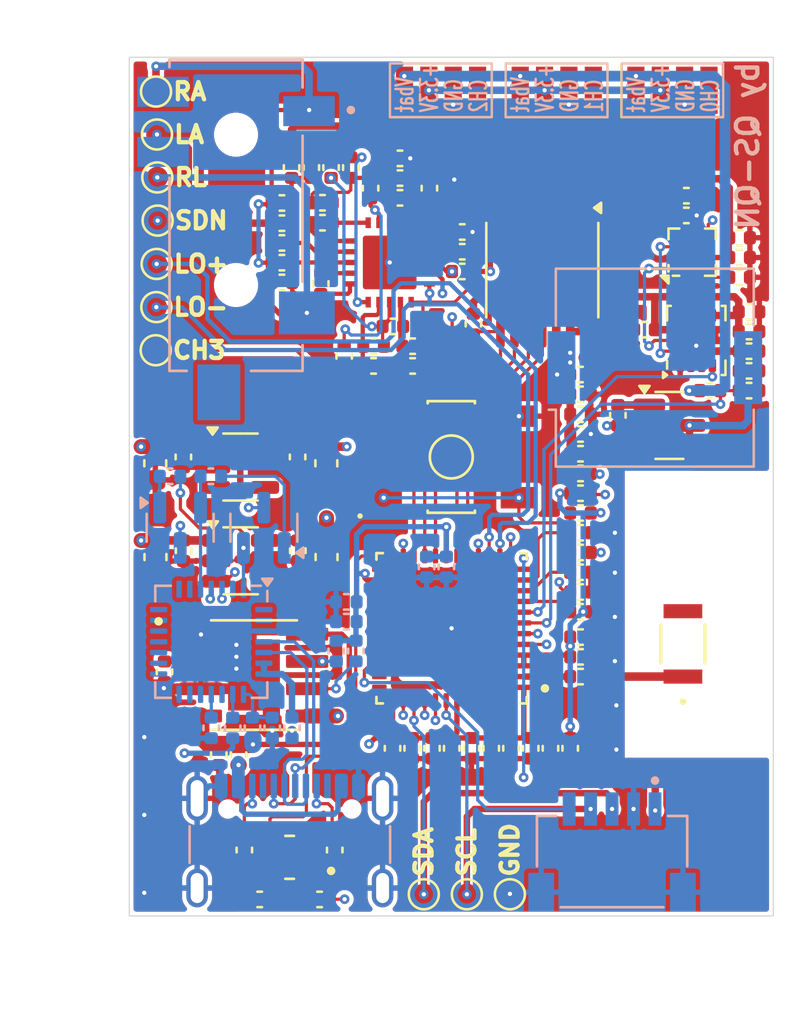
<source format=kicad_pcb>
(kicad_pcb (version 20241229) (generator "pcbnew") (generator_version "9.0")
  (layers (0 "F.Cu" signal) (4 "In1.Cu" signal) (6 "In2.Cu" signal) (2 "B.Cu" signal) (13 "F.Paste" user) (15 "B.Paste" user) (5 "F.SilkS" user "F.Silkscreen") (7 "B.SilkS" user "B.Silkscreen") (1 "F.Mask" user) (3 "B.Mask" user) (25 "Edge.Cuts" user))
  (net 0 "")
  (net 1 "GND")
  (net 2 "Net-(AE1-Pad1)")
  (net 3 "+3.3V")
  (net 4 "Net-(BZ1--)")
  (net 5 "/EN")
  (net 6 "Net-(D2-VDD)")
  (net 7 "VIN")
  (net 8 "/BAT_SENS")
  (net 9 "+VBAT")
  (net 10 "+3.3v_A")
  (net 11 "Net-(U7-C1)")
  (net 12 "/BUTTON")
  (net 13 "Net-(U13-RLD)")
  (net 14 "Net-(U13-RLDFB)")
  (net 15 "Net-(U13-HPDRIVE)")
  (net 16 "Net-(U13-HPSENSE)")
  (net 17 "/REFOUT")
  (net 18 "Net-(U13-OPAMP+)")
  (net 19 "Net-(C47-Pad1)")
  (net 20 "/ADC_CH0")
  (net 21 "Net-(U13-SW)")
  (net 22 "Net-(U13-REFIN)")
  (net 24 "/LED")
  (net 26 "VBUS")
  (net 27 "/DP")
  (net 28 "Net-(J1-CC2)")
  (net 29 "/DN")
  (net 31 "Net-(J1-CC1)")
  (net 32 "/RA")
  (net 33 "/RL")
  (net 34 "/LA")
  (net 37 "/SCL")
  (net 38 "/INT_PPG")
  (net 39 "/SDA")
  (net 40 "Net-(Q1-B)")
  (net 41 "/RTS")
  (net 42 "/DTR")
  (net 43 "Net-(Q2-B)")
  (net 44 "/GPIO00")
  (net 45 "Net-(Q3-B)")
  (net 46 "Net-(U1-LNA_IN)")
  (net 47 "Net-(U2-VDD)")
  (net 48 "Net-(U2-~{RST})")
  (net 49 "Net-(U2-VBUS)")
  (net 50 "Net-(U2-~{SUSPEND})")
  (net 51 "/SPI_CS")
  (net 52 "/LED_EN")
  (net 53 "Net-(U6-PROG)")
  (net 54 "/CHARGER_DET")
  (net 55 "/STD_BAT")
  (net 56 "/CHR_BAT")
  (net 57 "Net-(R25-Pad2)")
  (net 58 "/BUZZER")
  (net 59 "Net-(U13--IN)")
  (net 60 "Net-(U13-+IN)")
  (net 61 "Net-(U13-IAOUT)")
  (net 62 "Net-(U13-OPAMP-)")
  (net 63 "Net-(R38-Pad1)")
  (net 64 "Net-(U13-AC{slash}~{DC})")
  (net 65 "/SDN")
  (net 68 "/LO-")
  (net 69 "/INT1_ACC")
  (net 70 "/SPI_CLK")
  (net 72 "/SPI_MISO")
  (net 75 "/UART0_RX")
  (net 76 "/LDO_CE")
  (net 77 "/UART0_TX")
  (net 82 "/INT1_MAG")
  (net 83 "/SPI_MOSI")
  (net 87 "/LO+")
  (net 111 "/ADC_CH2")
  (net 114 "/ADC_CH1")
  (net 115 "/ADC_CH3")
  (footprint "Capacitor_SMD:C_0402_1005Metric" (layer "F.Cu") (at 152.43 96.61)
    (property "Reference" "R18" (hide yes))
    (property "Value" "200K")
  )
  (footprint "Capacitor_SMD:C_0402_1005Metric" (layer "F.Cu") (at 146.4 103.23)
    (property "Reference" "C34" (hide yes))
    (property "Value" "100nF")
  )
  (footprint "Capacitor_SMD:C_0402_1005Metric" (layer "F.Cu") (at 151.33 87.53)
    (property "Reference" "C29" (hide yes))
    (property "Value" "4.7uF")
  )
  (footprint "Capacitor_SMD:C_0402_1005Metric" (layer "F.Cu") (at 145.92 113.27 -90)
    (property "Reference" "C11" (hide yes))
    (property "Value" "100nF")
  )
  (footprint "Capacitor_SMD:C_0402_1005Metric" (layer "F.Cu") (at 130.74 118.01 90)
    (property "Reference" "R4" (hide yes))
    (property "Value" "5.1K")
  )
  (footprint "Package_LGA:LGA-12_2x2mm_P0.5mm" (layer "F.Cu") (at 151.6 90.16 90)
    (property "Reference" "U7" (hide yes))
    (property "Value" "LIS3MDL")
  )
  (footprint "Capacitor_SMD:C_0402_1005Metric" (layer "F.Cu") (at 154.25 92.94)
    (property "Reference" "C38" (hide yes))
    (property "Value" "4.7uF")
  )
  (footprint "Capacitor_SMD:C_0402_1005Metric" (layer "F.Cu") (at 140.89 91.06)
    (property "Reference" "R45" (hide yes))
    (property "Value" "10K")
  )
  (footprint "Capacitor_SMD:C_0402_1005Metric" (layer "F.Cu") (at 142.24 113.27 -90)
    (property "Reference" "C4" (hide yes))
    (property "Value" "4.7uF")
  )
  (footprint "TestPoint:TestPoint_Pad_D1.0mm" (layer "F.Cu") (at 126.655 90.71 90)
    (property "Reference" "TP5" (hide yes))
    (property "Value" "TestPoint_Small")
  )
  (footprint "WS2812B2020:LED_WS2812B2020" (layer "F.Cu") (at 132.85 118.35 180)
    (property "Reference" "D2" (hide yes))
    (property "Value" "WS2812B2020")
  )
  (footprint "Capacitor_SMD:C_0603_1608Metric" (layer "F.Cu") (at 134.57 104.3625 -90)
    (property "Reference" "C27" (hide yes))
    (property "Value" "22uF")
  )
  (footprint "Capacitor_SMD:C_0402_1005Metric" (layer "F.Cu") (at 146.4 100.47)
    (property "Reference" "R13" (hide yes))
    (property "Value" "10K")
  )
  (footprint "Capacitor_SMD:C_0402_1005Metric" (layer "F.Cu") (at 148.14 97.76 90)
    (property "Reference" "R29" (hide yes))
    (property "Value" "1K")
  )
  (footprint "Capacitor_SMD:C_0402_1005Metric" (layer "F.Cu") (at 154.25 93.86)
    (property "Reference" "C12" (hide yes))
    (property "Value" "4.7uF")
  )
  (footprint "Capacitor_SMD:C_0402_1005Metric" (layer "F.Cu") (at 146.4 99.55)
    (property "Reference" "R28" (hide yes))
    (property "Value" "1K")
  )
  (footprint "Capacitor_SMD:C_0402_1005Metric" (layer "F.Cu") (at 146.4 102.31 180)
    (property "Reference" "R22" (hide yes))
    (property "Value" "10K")
  )
  (footprint "Capacitor_SMD:C_0402_1005Metric" (layer "F.Cu") (at 138.56 113.27 -90)
    (property "Reference" "C8" (hide yes))
    (property "Value" "4.7uF")
  )
  (footprint "Capacitor_SMD:C_0603_1608Metric" (layer "F.Cu") (at 126.59 99.995 -90)
    (property "Reference" "C21" (hide yes))
    (property "Value" "22uF")
  )
  (footprint "Capacitor_SMD:C_0402_1005Metric" (layer "F.Cu") (at 139.36 87.18 90)
    (property "Reference" "C49" (hide yes))
    (property "Value" "0.1uF")
  )
  (footprint "AD8232:LFCSP_20" (layer "F.Cu") (at 137.51 90.64)
    (property "Reference" "U13" (hide yes))
    (property "Value" "AD8232")
    (property "VALUE" "AD8232ACPZ-R7" (hide yes))
  )
  (footprint "Capacitor_SMD:C_0402_1005Metric" (layer "F.Cu") (at 154.25 94.7725)
    (property "Reference" "C13" (hide yes))
    (property "Value" "100nF")
  )
  (footprint "Capacitor_SMD:C_0402_1005Metric" (layer "F.Cu") (at 138.58 94.54)
    (property "Reference" "R37" (hide yes))
    (property "Value" "1M")
  )
  (footprint "Capacitor_SMD:C_0402_1005Metric" (layer "F.Cu") (at 132.49 89.73 180)
    (property "Reference" "R32" (hide yes))
    (property "Value" "180K")
  )
  (footprint "Capacitor_SMD:C_0402_1005Metric" (layer "F.Cu") (at 146.4 106.91 180)
    (property "Reference" "R2" (hide yes))
    (property "Value" "10K")
  )
  (footprint "Capacitor_SMD:C_0402_1005Metric" (layer "F.Cu") (at 127.02 109.705 -90)
    (property "Reference" "R17" (hide yes))
    (property "Value" "3K")
  )
  (footprint "TestPoint:TestPoint_Pad_D1.0mm" (layer "F.Cu") (at 141.105 120.07 90)
    (property "Reference" "TP9" (hide yes))
    (property "Value" "TestPoint_Small")
  )
  (footprint "TestPoint:TestPoint_Pad_D1.0mm" (layer "F.Cu") (at 126.625 82.68)
    (property "Reference" "TP4" (hide yes))
    (property "Value" "TestPoint_Small")
  )
  (footprint "Capacitor_SMD:C_0402_1005Metric" (layer "F.Cu") (at 151.33 88.45)
    (property "Reference" "C30" (hide yes))
    (property "Value" "100nF")
  )
  (footprint "Capacitor_SMD:C_0402_1005Metric" (layer "F.Cu") (at 143.16 113.27 -90)
    (property "Reference" "C3" (hide yes))
    (property "Value" "100nF")
  )
  (footprint "TestPoint:TestPoint_Pad_D1.0mm" (layer "F.Cu") (at 139.1 120.07 90)
    (property "Reference" "TP8" (hide yes))
    (property "Value" "TestPoint_Small")
  )
  (footprint "Capacitor_SMD:C_0402_1005Metric" (layer "F.Cu") (at 145 113.27 -90)
    (property "Reference" "C10" (hide yes))
    (property "Value" "4.7uF")
  )
  (footprint "Capacitor_SMD:C_0402_1005Metric" (layer "F.Cu") (at 134.38 88.79)
    (property "Reference" "C45" (hide yes))
    (property "Value" "0.33uF")
  )
  (footprint "Capacitor_SMD:C_0402_1005Metric" (layer "F.Cu") (at 141.41 93.51 90)
    (property "Reference" "R15" (hide yes))
    (property "Value" "10K")
  )
  (footprint "Capacitor_SMD:C_0603_1608Metric" (layer "F.Cu") (at 134.56 99.995 -90)
    (property "Reference" "C23" (hide yes))
    (property "Value" "22uF")
  )
  (footprint "TestPoint:TestPoint_Pad_D1.0mm" (layer "F.Cu") (at 126.64 92.72 90)
    (property "Reference" "TP6" (hide yes))
    (property "Value" "TestPoint_Small")
  )
  (footprint "Package_SO:TSSOP-14_4.4x5mm_P0.65mm" (layer "F.Cu") (at 144.62 90.9975 -90)
    (property "Reference" "U4" (hide yes))
    (property "Value" "MCP3204")
  )
  (footprint "Capacitor_SMD:C_0402_1005Metric" (layer "F.Cu") (at 132.49 87.87)
    (property "Reference" "R30" (hide yes))
    (property "Value" "1M")
  )
  (footprint "Capacitor_SMD:C_0402_1005Metric" (layer "F.Cu") (at 146.4 101.39)
    (property "Reference" "R14" (hide yes))
    (property "Value" "10K")
  )
  (footprint "Capacitor_SMD:C_0402_1005Metric" (layer "F.Cu") (at 134.38 87.86)
    (property "Reference" "R38" (hide yes))
    (property "Value" "10M")
  )
  (footprint "Capacitor_SMD:C_0402_1005Metric" (layer "F.Cu") (at 139.48 113.27 -90)
    (property "Reference" "C7" (hide yes))
    (property "Value" "100nF")
  )
  (footprint "Pad:Pad 4" (layer "F.Cu") (at 139.85 85.805)
    (property "Reference" "U10" (hide yes))
    (property "Value" "Pad 4")
  )
  (footprint "Capacitor_SMD:C_0402_1005Metric" (layer "F.Cu") (at 154.25 95.69)
    (property "Reference" "C20" (hide yes))
    (property "Value" "10nF")
  )
  (footprint "Capacitor_SMD:C_0402_1005Metric" (layer "F.Cu") (at 132.94 86.22 -90)
    (property "Reference" "R25" (hide yes))
    (property "Value" "0")
  )
  (footprint "Capacitor_SMD:C_0402_1005Metric" (layer "F.Cu") (at 137.99 87.63)
    (property "Reference" "R41" (hide yes))
    (property "Value" "10M")
  )
  (footprint "Capacitor_SMD:C_0402_1005Metric" (layer "F.Cu") (at 133.22 99.7 -90)
    (property "Reference" "C24" (hide yes))
    (property "Value" "1uF")
  )
  (footprint "Capacitor_SMD:C_0402_1005Metric" (layer "F.Cu") (at 154.25 96.61)
    (property "Reference" "R19" (hide yes))
    (property "Value" "200K")
  )
  (footprint "Capacitor_SMD:C_0402_1005Metric" (layer "F.Cu") (at 136.76 94.54)
    (property "Reference" "C46" (hide yes))
    (property "Value" "10nF")
  )
  (footprint "Capacitor_SMD:C_0402_1005Metric" (layer "F.Cu") (at 132.49 90.65 180)
    (property "Reference" "R31" (hide yes))
    (property "Value" "180K")
  )
  (footprint "Capacitor_SMD:C_0402_1005Metric" (layer "F.Cu") (at 127.91 104.0675 -90)
    (property "Reference" "C26" (hide yes))
    (property "Value" "1uF")
  )
  (footprint "Capacitor_SMD:C_0402_1005Metric" (layer "F.Cu") (at 134.3 91.62 -90)
    (property "Reference" "C44" (hide yes))
    (property "Value" "1nF")
  )
  (footprint "Capacitor_SMD:C_0402_1005Metric" (layer "F.Cu") (at 146.4 105.07)
    (property "Reference" "R21" (hide yes))
    (property "Value" "300K")
  )
  (footprint "Package_TO_SOT_SMD:SOT-23-5" (layer "F.Cu") (at 130.57 104.5375)
    (property "Reference" "U15" (hide yes))
    (property "Value" "XC6220B331MR")
  )
  (footprint "Capacitor_SMD:C_0402_1005Metric" (layer "F.Cu") (at 140.89 89.22 180)
    (property "Reference" "R43" (hide yes))
    (property "Value" "0")
  )
  (footprint "Capacitor_SMD:C_0402_1005Metric" (layer "F.Cu") (at 132.49 88.81)
    (property "Reference" "R27" (hide yes))
    (property "Value" "1M")
  )
  (footprint "Capacitor_SMD:C_0402_1005Metric" (layer "F.Cu") (at 136.76 95.46)
    (property "Reference" "R34" (hide yes))
    (property "Value" "1M")
  )
  (footprint "Capacitor_SMD:C_0402_1005Metric" (layer "F.Cu") (at 133.86 86.22 90)
    (property "Reference" "R26" (hide yes))
    (property "Value" "DNP")
  )
  (footprint "ul_RFECA3216060A1T:ANT_16060A1T_WAL" (layer "F.Cu") (at 151.17 108.4076 90)
    (property "Reference" "AE1" (hide yes))
    (property "Value" "RFECA3216060A1T")
  )
  (footprint "Capacitor_SMD:C_0402_1005Metric" (layer "F.Cu") (at 144.08 113.27 -90)
    (property "Reference" "C2" (hide yes))
    (property "Value" "4.7uF")
  )
  (footprint "Capacitor_SMD:C_0402_1005Metric" (layer "F.Cu") (at 141.32 113.27 -90)
    (property "Reference" "C5" (hide yes))
    (property "Value" "100nF")
  )
  (footprint "Capacitor_SMD:C_0402_1005Metric" (layer "F.Cu") (at 149.38 93.77 180)
    (property "Reference" "C39" (hide yes))
    (property "Value" "100nF")
  )
  (footprint "Capacitor_SMD:C_0603_1608Metric" (layer "F.Cu") (at 126.6 104.3625 -90)
    (property "Reference" "C25" (hide yes))
    (property "Value" "22uF")
  )
  (footprint "Capacitor_SMD:C_0402_1005Metric" (layer "F.Cu") (at 146.4 104.15 180)
    (property "Reference" "R20" (hide yes))
    (property "Value" "200K")
  )
  (footprint "Capacitor_SMD:C_0402_1005Metric" (layer "F.Cu") (at 134.78 86.22 -90)
    (property "Reference" "C48" (hide yes))
    (property "Value" "0.33uF")
  )
  (footprint "Capacitor_SMD:C_0402_1005Metric" (layer "F.Cu") (at 127.9 99.7 -90)
    (property "Reference" "C22" (hide yes))
    (property "Value" "1uF")
  )
  (footprint "Package_LGA:LGA-14_3x2.5mm_P0.5mm_LayoutBorder3x4y" (layer "F.Cu") (at 151.7925 94.2725 90)
    (property "Reference" "U3" (hide yes))
    (property "Value" "LSM6DSL")
  )
  (footprint "Capacitor_SMD:C_0402_1005Metric" (layer "F.Cu") (at 146.4 95.86)
    (property "Reference" "C14" (hide yes))
    (property "Value" "4.7uF")
  )
  (footprint "ESP32-PICO-V3-02:XCVR_ESP32-PICO-V3-02" (layer "F.Cu") (at 140.3935 107.68 180)
    (property "Reference" "U1" (hide yes))
    (property "Value" "ESP32-PICO-V3-02")
  )
  (footprint "Capacitor_SMD:C_0402_1005Metric" (layer "F.Cu") (at 134.95 118.01 90)
    (property "Reference" "R5" (hide yes))
    (property "Value" "5.1K")
  )
  (footprint "Capacitor_SMD:C_0402_1005Metric" (layer "F.Cu") (at 146.4 109.01)
    (property "Reference" "C37" (hide yes))
    (property "Value" "100nF")
  )
  (footprint "Capacitor_SMD:C_0402_1005Metric" (layer "F.Cu") (at 153.81 91.33)
    (property "Reference" "C33" (hide yes))
    (property "Value" "100nF")
  )
  (footprint "Capacitor_SMD:C_0402_1005Metric" (layer "F.Cu") (at 133.23 104.0675 -90)
    (property "Reference" "C28" (hide yes))
    (property "Value" "1uF")
  )
  (footprint "TestPoint:TestPoint_Pad_D1.0mm" (layer "F.Cu") (at 126.61 94.73 90)
    (property "Reference" "TP7" (hide yes))
    (property "Value" "TestPoint_Small")
  )
  (footprint "Capacitor_SMD:C_0402_1005Metric" (layer "F.Cu") (at 131.455 120.31 180)
    (property "Reference" "C18" (hide yes))
    (property "Value" "100nF")
  )
  (footprint "TL3342F160QG:SW_TL3342F160QG" (layer "F.Cu") (at 140.38 99.7)
    (property "Reference" "S1" (hide yes))
    (property "Value" "TL3342F160QG")
  )
  (footprint "Capacitor_SMD:C_0402_1005Metric" (layer "F.Cu") (at 137.66 93.62)
    (property "Reference" "R36" (hide yes))
    (property "Value" "100K")
  )
  (footprint "Pad:Pad 4" (layer "F.Cu") (at 150.63 85.805)
    (property "Reference" "U8" (hide yes))
    (property "Value" "Pad 4")
  )
  (footprint "Capacitor_SMD:C_0402_1005Metric" (layer "F.Cu") (at 132.49 91.57 180)
    (property "Reference" "R33" (hide yes))
    (property "Value" "360K")
  )
  (footprint "Capacitor_SMD:C_0402_1005Metric" (layer "F.Cu") (at 146.4 96.78)
    (property "Reference" "C15" (hide yes))
    (property "Value" "100nF")
  )
  (footprint "Capacitor_SMD:C_0402_1005Metric" (layer "F.Cu") (at 138.58 95.46)
    (property "Reference" "C47" (hide yes))
    (property "Value" "1.5nF")
  )
  (footprint "TestPoint:TestPoint_Pad_D1.0mm" (layer "F.Cu") (at 126.67 84.68)
    (property "Reference" "TP3" (hide yes))
    (property "Value" "TestPoint_Small")
  )
  (footprint "Capacitor_SMD:C_0402_1005Metric" (layer "F.Cu") (at 134.245 120.31)
    (property "Reference" "R16" (hide yes))
    (property "Value" "0R")
  )
  (footprint "Capacitor_SMD:C_0402_1005Metric" (layer "F.Cu") (at 140.89 90.14)
    (property "Reference" "R44" (hide yes))
    (property "Value" "DNP")
  )
  (footprint "Capacitor_SMD:C_0402_1005Metric" (layer "F.Cu") (at 137.99 86.71)
    (property "Reference" "R42" (hide yes))
    (property "Value" "10M")
  )
  (footprint "Capacitor_SMD:C_0402_1005Metric" (layer "F.Cu") (at 153.81 90.41)
    (property "Reference" "C32" (hide yes))
    (property "Value" "100nF")
  )
  (footprint "Capacitor_SMD:C_0402_1005Metric" (layer "F.Cu") (at 135.39 95.01 -90)
    (property "Reference" "R35" (hide yes))
    (property "Value" "1M")
  )
  (footprint "Pad:Pad 4" (layer "F.Cu") (at 145.24 85.805)
    (property "Reference" "U9" (hide yes))
    (property "Value" "Pad 4")
  )
  (footprint "TestPoint:TestPoint_Pad_D1.0mm" (layer "F.Cu") (at 126.7 88.69 90)
    (property "Reference" "TP1" (hide yes))
    (property "Value" "TestPoint_Small")
  )
  (footprint "Package_TO_SOT_SMD:SOT-23" (layer "F.Cu") (at 150.54 98.23)
    (property "Reference" "Q3" (hide yes))
    (property "Value" "MMBT2222A")
  )
  (footprint "Capacitor_SMD:C_0402_1005Metric" (layer "F.Cu") (at 146.4 97.71)
    (property "Reference" "C16" (hide yes))
    (property "Value" "4.7uF")
  )
  (footprint "TestPoint:TestPoint_Pad_D1.0mm" (layer "F.Cu") (at 143.11 120.07 90)
    (property "Reference" "TP10" (hide yes))
    (property "Value" "TestPoint_Small")
  )
  (footprint "Capacitor_SMD:C_0402_1005Metric" (layer "F.Cu") (at 140.4 113.27 -90)
    (property "Reference" "C6" (hide yes))
    (property "Value" "4.7uF")
  )
  (footprint "TP4056:SOP127P600X175-9N" (layer "F.Cu") (at 131.19 109.86)
    (property "Reference" "U6" (hide yes))
    (property "Value" "TP4056")
  )
  (footprint "Capacitor_SMD:C_0402_1005Metric" (layer "F.Cu") (at 146.4 105.99)
    (property "Reference" "C1" (hide yes))
    (property "Value" "1uF")
  )
  (footprint "Capacitor_SMD:C_0402_1005Metric" (layer "F.Cu") (at 146.4 108.09)
    (property "Reference" "C36" (hide yes))
    (property "Value" "4.7uF")
  )
  (footprint "Capacitor_SMD:C_0402_1005Metric" (layer "F.Cu") (at 130.47 113.57 90)
    (property "Reference" "R3" (hide yes))
    (property "Value" "0R")
  )
  (footprint "Capacitor_SMD:C_0402_1005Metric" (layer "F.Cu") (at 146.4 98.63)
    (property "Reference" "C17" (hide yes))
    (property "Value" "100nF")
  )
  (footprint "Capacitor_SMD:C_0402_1005Metric" (layer "F.Cu") (at 146.4 109.93 180)
    (property "Reference" "R1" (hide yes))
    (property "Value" "0R")
  )
  (footprint "Capacitor_SMD:C_0402_1005Metric" (layer "F.Cu") (at 129.55 113.57 -90)
    (property "Reference" "C19" (hide yes))
    (property "Value" "4.7uF")
  )
  (footprint "Capacitor_SMD:C_0402_1005Metric" (layer "F.Cu") (at 137.6435 113.27 -90)
    (property "Reference" "C9" (hide yes))
    (property "Value" "100nF")
  )
  (footprint "Capacitor_SMD:C_0402_1005Metric" (layer "F.Cu") (at 137.99 85.79)
    (property "Reference" "C50" (hide yes))
    (property "Value" "0.1uF")
  )
  (footprint "Capacitor_SMD:C_0402_1005Metric" (layer "F.Cu") (at 135.7 86.22 -90)
    (property "Reference" "R40" (hide yes))
    (property "Value" "1.4M")
  )
  (footprint "Capacitor_SMD:C_0402_1005Metric" (layer "F.Cu") (at 136.62 87.18 -90)
    (property "Reference" "R39" (hide yes))
    (property "Value" "10M")
  )
  (footprint "Capacitor_SMD:C_0402_1005Metric" (layer "F.Cu") (at 153.81 89.49)
    (property "Reference" "C31" (hide yes))
    (property "Value" "4.7uF")
  )
  (footprint "Package_TO_SOT_SMD:SOT-23-5" (layer "F.Cu") (at 130.56 100.17)
    (property "Reference" "U5" (hide yes))
    (property "Value" "XC6220B331MR")
  )
  (footprint "TestPoint:TestPoint_Pad_D1.0mm" (layer "F.Cu") (at 126.685 86.68)
    (property "Reference" "TP2" (hide yes))
    (property "Value" "TestPoint_Small")
  )
  (footprint "Capacitor_SMD:C_0402_1005Metric" (layer "B.Cu") (at 129.18 100.6)
    (property "Reference" "R12" (hide yes))
    (property "Value" "10K")
  )
  (footprint "Capacitor_SMD:C_0402_1005Metric" (layer "B.Cu") (at 129.2 112.32 90)
    (property "Reference" "R10" (hide yes))
    (property "Value" "10K")
  )
  (footprint "Capacitor_SMD:C_0402_1005Metric" (layer "B.Cu") (at 135.49 107.37 180)
    (property "Reference" "C43" (hide yes))
    (property "Value" "100nF")
  )
  (footprint "Capacitor_SMD:C_0402_1005Metric" (layer "B.Cu") (at 131.12 112.32 -90)
    (property "Reference" "R8" (hide yes))
    (property "Value" "24K")
  )
  (footprint "Package_DFN_QFN:QFN-28-1EP_5x5mm_P0.5mm_EP3.35x3.35mm" (layer "B.Cu") (at 129.2 108.31 180)
    (property "Reference" "U2" (hide yes))
    (property "Value" "CP2102N-Axx-xQFN28")
  )
  (footprint "SJ2-3593D-SMT-TR:CUI_SJ2-3593D-SMT-TR" (layer "B.Cu") (at 130.3525 88.44 -90)
    (property "Reference" "J2" (hide yes))
    (property "Value" "SJ2-3593D-SMT-TR")
  )
  (footprint "Capacitor_SMD:C_0402_1005Metric" (layer "B.Cu") (at 132.96 112.32 -90)
    (property "Reference" "R6" (hide yes))
    (property "Value" "0R")
  )
  (footprint "Capacitor_SMD:C_0402_1005Metric" (layer "B.Cu") (at 140.15 104.82 -90)
    (property "Reference" "C41" (hide yes))
    (property "Value" "100nF")
  )
  (footprint "Connector_USB:USB_C_Receptacle_GCT_USB4105-xx-A_16P_TopMnt_Horizontal" (layer "B.Cu") (at 132.86 118.705 180)
    (property "Reference" "J1" (hide yes))
    (property "Value" "USB_C_Receptacle_USB2.0_16P")
  )
  (footprint "Capacitor_SMD:C_0402_1005Metric" (layer "B.Cu") (at 130.2 112.32 -90)
    (property "Reference" "R7" (hide yes))
    (property "Value" "4.7K")
  )
  (footprint "Capacitor_SMD:C_0402_1005Metric" (layer "B.Cu") (at 135.49 106.45 180)
    (property "Reference" "C42" (hide yes))
    (property "Value" "4.7uF")
  )
  (footprint "Buzzer_Beeper:Buzzer_Murata_PKMCS0909E" (layer "B.Cu") (at 149.86 95.54)
    (property "Reference" "BZ1" (hide yes))
    (property "Value" "Buzzer")
  )
  (footprint "Capacitor_SMD:C_0402_1005Metric" (layer "B.Cu") (at 132.04 112.32 90)
    (property "Reference" "R9" (hide yes))
    (property "Value" "47K")
  )
  (footprint "Capacitor_SMD:C_0402_1005Metric" (layer "B.Cu") (at 139.23 104.82 -90)
    (property "Reference" "C40" (hide yes))
    (property "Value" "4.7uF")
  )
  (footprint "Capacitor_SMD:C_0402_1005Metric" (layer "B.Cu") (at 135.94 108.74 -90)
    (property "Reference" "R23" (hide yes))
    (property "Value" "10K")
  )
  (footprint "Package_TO_SOT_SMD:SOT-23" (layer "B.Cu") (at 131.65 102.9975 90)
    (property "Reference" "Q2" (hide yes))
    (property "Value" "SS8050")
  )
  (footprint "SM05B-SRSS-TB_LF__SN_:JST_SM05B-SRSS-TB_LF__SN_" (layer "B.Cu") (at 147.87 119.9725 180)
    (property "Reference" "J3" (hide yes))
    (property "Value" "SM05B-SRSS-TB_LF__SN_")
  )
  (footprint "Capacitor_SMD:C_0402_1005Metric" (layer "B.Cu") (at 127.28 100.6 180)
    (property "Reference" "R11" (hide yes))
    (property "Value" "10K")
  )
  (footprint "Capacitor_SMD:C_0402_1005Metric" (layer "B.Cu") (at 135.02 108.74 -90)
    (property "Reference" "R24" (hide yes))
    (property "Value" "10K")
  )
  (footprint "Package_TO_SOT_SMD:SOT-23" (layer "B.Cu") (at 127.75 102.9975 -90)
    (property "Reference" "Q1" (hide yes))
    (property "Value" "SS8050")
  )
  (gr_line (start 132 111.44) (end 132 112.3) (stroke (width 0.8)) (layer "F.Cu") (net 1))
  (gr_circle (center 130.47 114.05) (end 130.62 114.29) (stroke (width 0.2)) (fill yes) (layer "F.Cu") (net 26))
  (gr_line (start 130.46 113.92) (end 130.46 115.055) (stroke (width 0.6)) (layer "B.Cu") (net 26))
  (gr_rect (start 148.32 81.37) (end 153.05 83.86) (stroke (width 0.1)) (fill no) (layer "B.SilkS"))
  (gr_rect (start 137.53 81.37) (end 142.26 83.86) (stroke (width 0.1)) (fill no) (layer "B.SilkS"))
  (gr_rect (start 142.92 81.37) (end 147.65 83.86) (stroke (width 0.1)) (fill no) (layer "B.SilkS"))
  (gr_rect (start 125.38 81.08) (end 155.38 121.08) (stroke (width 0.05)) (fill no) (layer "Edge.Cuts"))
  (gr_text "SCL" (at 141.1 119.35 90) (layer "F.SilkS") (effects (font (size 0.8 0.8) (thickness 0.2) (bold yes)) (justify left)))
  (gr_text "RA" (at 127.325 82.68 0) (layer "F.SilkS") (effects (font (size 0.8 0.8) (thickness 0.2) (bold yes)) (justify left)))
  (gr_text "LO+" (at 127.355 90.71 0) (layer "F.SilkS") (effects (font (size 0.8 0.8) (thickness 0.2) (bold yes)) (justify left)))
  (gr_text "LO-\n" (at 127.34 92.72 0) (layer "F.SilkS") (effects (font (size 0.8 0.8) (thickness 0.2) (bold yes)) (justify left)))
  (gr_text "SDN" (at 127.4 88.69 0) (layer "F.SilkS") (effects (font (size 0.8 0.8) (thickness 0.2) (bold yes)) (justify left)))
  (gr_text "GND" (at 143.11 119.35 90) (layer "F.SilkS") (effects (font (size 0.8 0.8) (thickness 0.2) (bold yes)) (justify left)))
  (gr_text "CH3" (at 127.31 94.73 0) (layer "F.SilkS") (effects (font (size 0.8 0.8) (thickness 0.2) (bold yes)) (justify left)))
  (gr_text "RL" (at 127.385 86.68 0) (layer "F.SilkS") (effects (font (size 0.8 0.8) (thickness 0.2) (bold yes)) (justify left)))
  (gr_text "SDA" (at 139.1 119.35 90) (layer "F.SilkS") (effects (font (size 0.8 0.8) (thickness 0.2) (bold yes)) (justify left)))
  (gr_text "LA" (at 127.37 84.68 0) (layer "F.SilkS") (effects (font (size 0.8 0.8) (thickness 0.2) (bold yes)) (justify left)))
  (gr_text "Vbat" (at 149 81.94 90) (layer "B.SilkS") (effects (font (size 0.8 0.5) (thickness 0.1125)) (justify left mirror)))
  (gr_text "Vbat" (at 143.6 81.94 90) (layer "B.SilkS") (effects (font (size 0.8 0.5) (thickness 0.1125)) (justify left mirror)))
  (gr_text "CH2" (at 141.65 82.059047 90) (layer "B.SilkS") (effects (font (size 0.8 0.5) (thickness 0.1125)) (justify left mirror)))
  (gr_text "CH1" (at 147.04 82.059047 90) (layer "B.SilkS") (effects (font (size 0.8 0.5) (thickness 0.1125)) (justify left mirror)))
  (gr_text "+3.3V" (at 139.356667 81.320953 90) (layer "B.SilkS") (effects (font (size 0.8 0.5) (thickness 0.1125)) (justify left mirror)))
  (gr_text "GND" (at 140.503333 82.035237 90) (layer "B.SilkS") (effects (font (size 0.8 0.5) (thickness 0.1125)) (justify left mirror)))
  (gr_text "GND" (at 145.893333 82.035237 90) (layer "B.SilkS") (effects (font (size 0.8 0.5) (thickness 0.1125)) (justify left mirror)))
  (gr_text "by QS-QN " (at 154.77 81.19 90) (layer "B.SilkS") (effects (font (size 1 1) (thickness 0.2) (bold yes)) (justify left bottom mirror)))
  (gr_text "GND" (at 151.293333 82.035237 90) (layer "B.SilkS") (effects (font (size 0.8 0.5) (thickness 0.1125)) (justify left mirror)))
  (gr_text "CH0" (at 152.44 82.059047 90) (layer "B.SilkS") (effects (font (size 0.8 0.5) (thickness 0.1125)) (justify left mirror)))
  (gr_text "+3.3V" (at 144.746667 81.320953 90) (layer "B.SilkS") (effects (font (size 0.8 0.5) (thickness 0.1125)) (justify left mirror)))
  (gr_text "+3.3V" (at 150.146667 81.320953 90) (layer "B.SilkS") (effects (font (size 0.8 0.5) (thickness 0.1125)) (justify left mirror)))
  (gr_text "Vbat" (at 138.21 81.94 90) (layer "B.SilkS") (effects (font (size 0.8 0.5) (thickness 0.1125)) (justify left mirror)))
  (segment (start 127.02 110.44) (end 127.02 110.185) (width 0.5) (layer "F.Cu") (net 1))
  (segment (start 127.015 110.495) (end 128.715 110.495) (width 0.5) (layer "F.Cu") (net 1))
  (segment (start 146.88 103.23) (end 148.07 103.23) (width 0.15) (layer "F.Cu") (net 1))
  (segment (start 151.35 90.3975) (end 151.35 90.9225) (width 0.25) (layer "F.Cu") (net 1))
  (segment (start 151.3375 90.41) (end 151.77 90.41) (width 0.25) (layer "F.Cu") (net 1))
  (segment (start 127.9 100.18) (end 129.4125 100.18) (width 0.15) (layer "F.Cu") (net 1))
  (segment (start 151.77 90.41) (end 151.85 90.49) (width 0.25) (layer "F.Cu") (net 1))
  (segment (start 138.51 89.58) (end 138.54 89.61) (width 0.25) (layer "F.Cu") (net 1))
  (segment (start 151.35 88.91) (end 151.81 88.45) (width 0.25) (layer "F.Cu") (net 1))
  (segment (start 151.35 89.3975) (end 151.35 90.3975) (width 0.25) (layer "F.Cu") (net 1))
  (segment (start 130.555 110.495) (end 128.715 110.495) (width 0.5) (layer "F.Cu") (net 1))
  (segment (start 126.99 110.47) (end 127.015 110.495) (width 0.5) (layer "F.Cu") (net 1))
  (segment (start 131.19 109.86) (end 130.555 110.495) (width 0.5) (layer "F.Cu") (net 1))
  (segment (start 151.35 90.3975) (end 151.3375 90.41) (width 0.25) (layer "F.Cu") (net 1))
  (segment (start 138.51 88.79) (end 138.51 89.58) (width 0.25) (layer "F.Cu") (net 1))
  (segment (start 126.99 110.47) (end 127.02 110.44) (width 0.5) (layer "F.Cu") (net 1))
  (segment (start 151.85 90.49) (end 151.85 90.9225) (width 0.25) (layer "F.Cu") (net 1))
  (segment (start 150.8375 90.41) (end 151.3375 90.41) (width 0.25) (layer "F.Cu") (net 1))
  (segment (start 151.35 89.3975) (end 151.35 88.91) (width 0.25) (layer "F.Cu") (net 1))
  (segment (start 152.705 93.7725) (end 152.705 94.2725) (width 0.25) (layer "F.Cu") (net 1))
  (segment (start 129.4125 100.18) (end 129.4225 100.17) (width 0.15) (layer "F.Cu") (net 1))
  (via (at 140.47 83.29) (size 0.45) (drill 0.2) (layers "F.Cu" "B.Cu") (net 1))
  (via (at 140.52 86.78) (size 0.45) (drill 0.2) (layers "F.Cu" "B.Cu") (net 1))
  (via (at 148 109.21) (size 0.45) (drill 0.2) (layers "F.Cu" "B.Cu") (net 1))
  (via (at 148 105.09) (size 0.45) (drill 0.2) (layers "F.Cu" "B.Cu") (net 1))
  (via (at 126.08 112.75) (size 0.45) (drill 0.2) (layers "F.Cu" "B.Cu") (net 1))
  (via (at 143.11 120.05) (size 0.45) (drill 0.2) (layers "F.Cu" "B.Cu") (net 1))
  (via (at 148.07 113.33) (size 0.45) (drill 0.2) (layers "F.Cu" "B.Cu") (net 1))
  (via (at 151.25 83.29) (size 0.45) (drill 0.2) (layers "F.Cu" "B.Cu") (net 1))
  (via (at 132.04 112.45) (size 0.45) (drill 0.2) (layers "F.Cu" "B.Cu") (net 1))
  (via (at 146.88 98.63) (size 0.45) (drill 0.2) (layers "F.Cu" "B.Cu") (net 1))
  (via (at 141.37 89.22) (size 0.45) (drill 0.2) (layers "F.Cu" "B.Cu") (net 1))
  (via (at 143.53 97.8) (size 0.45) (drill 0.2) (layers "F.Cu" "B.Cu") (net 1))
  (via (at 126.99 110.47) (size 0.45) (drill 0.2) (layers "F.Cu" "B.Cu") (net 1))
  (via (at 148 107.15) (size 0.45) (drill 0.2) (layers "F.Cu" "B.Cu") (net 1))
  (via (at 128.72 107.97) (size 0.45) (drill 0.2) (layers "F.Cu" "B.Cu") (net 1))
  (via (at 130.37 109.56) (size 0.45) (drill 0.2) (layers "F.Cu" "B.Cu") (net 1))
  (via (at 145.86 83.29) (size 0.45) (drill 0.2) (layers "F.Cu" "B.Cu") (net 1))
  (via (at 130.37 109.005) (size 0.45) (drill 0.2) (layers "F.Cu" "B.Cu") (net 1))
  (via (at 126.08 116.375) (size 0.45) (drill 0.2) (layers "F.Cu" "B.Cu") (net 1))
  (via (at 140.3935 107.68) (size 0.45) (drill 0.2) (layers "F.Cu" "B.Cu") (net 1))
  (via (at 126.08 120) (size 0.45) (drill 0.2) (layers "F.Cu" "B.Cu") (net 1))
  (via (at 130.37 108.45) (size 0.45) (drill 0.2) (layers "F.Cu" "B.Cu") (net 1))
  (via (at 138.47 85.79) (size 0.45) (drill 0.2) (layers "F.Cu" "B.Cu") (net 1))
  (via (at 148.87 116.0975) (size 0.45) (drill 0.2) (layers "F.Cu" "B.Cu") (net 1))
  (via (at 151.79 94.52) (size 0.45) (drill 0.2) (layers "F.Cu" "B.Cu") (net 1))
  (via (at 151.81 88.45) (size 0.45) (drill 0.2) (layers "F.Cu" "B.Cu") (net 1))
  (via (at 148.07 111.27) (size 0.45) (drill 0.2) (layers "F.Cu" "B.Cu") (net 1))
  (via (at 137.51 90.64) (size 0.45) (drill 0.2) (layers "F.Cu" "B.Cu") (net 1))
  (via (at 148 103.23) (size 0.45) (drill 0.2) (layers "F.Cu" "B.Cu") (net 1))
  (segment (start 129.66 115.025) (end 129.115 115.025) (width 0.25) (layer "B.Cu") (net 1))
  (segment (start 131.65 107.81) (end 129.7 107.81) (width 0.15) (layer "B.Cu") (net 1))
  (segment (start 132.05 112.45) (end 132.05 112.79) (width 0.25) (layer "B.Cu") (net 1))
  (segment (start 129.2 112.8) (end 126.13 112.8) (width 0.25) (layer "B.Cu") (net 1))
  (segment (start 129.7 107.81) (end 129.2 108.31) (width 0.15) (layer "B.Cu") (net 1))
  (segment (start 129.115 115.025) (end 128.54 115.6) (width 0.25) (layer "B.Cu") (net 1))
  (segment (start 132.05 112.79) (end 132.04 112.8) (width 0.25) (layer "B.Cu") (net 1))
  (segment (start 126.13 112.8) (end 126.08 112.75) (width 0.25) (layer "B.Cu") (net 1))
  (segment (start 146.88 109.93) (end 151.17 109.93) (width 0.4) (layer "F.Cu") (net 2))
  (segment (start 136.45 105.43) (end 136.36 105.34) (width 0.25) (layer "F.Cu") (net 3))
  (segment (start 152.705 94.7725) (end 153.77 94.7725) (width 0.35) (layer "F.Cu") (net 3))
  (segment (start 153.6 93.11) (end 153.77 92.94) (width 0.35) (layer "F.Cu") (net 3))
  (segment (start 146.53 92.24) (end 148.3 92.24) (width 0.35) (layer "F.Cu") (net 3))
  (segment (start 148.29 91.73) (end 148.29 87.5) (width 0.35) (layer "F.Cu") (net 3))
  (segment (start 145.92 112.79) (end 145.92 112.25) (width 0.25) (layer "F.Cu") (net 3))
  (segment (start 152.89 86.74) (end 153.33 87.18) (width 0.35) (layer "F.Cu") (net 3))
  (segment (start 149.85 92.24) (end 149.86 92.25) (width 0.35) (layer "F.Cu") (net 3))
  (segment (start 147.02 112.79) (end 145.92 112.79) (width 0.35) (layer "F.Cu") (net 3))
  (segment (start 137.6435 112.79) (end 143.75 112.79) (width 0.25) (layer "F.Cu") (net 3))
  (segment (start 146.53 92.24) (end 146.57 92.28) (width 0.35) (layer "F.Cu") (net 3))
  (segment (start 134.56 99.22) (end 135.51 99.22) (width 0.4) (layer "F.Cu") (net 3))
  (segment (start 148.29 91.93) (end 148.29 91.73) (width 0.35) (layer "F.Cu") (net 3))
  (segment (start 131.6975 99.22) (end 134.56 99.22) (width 0.4) (layer "F.Cu") (net 3))
  (segment (start 145.33 95.86) (end 145.31 95.88) (width 0.35) (layer "F.Cu") (net 3))
  (segment (start 145.92 95.86) (end 145.92 95.3) (width 0.35) (layer "F.Cu") (net 3))
  (segment (start 152.3625 90.41) (end 152.3625 89.91) (width 0.25) (layer "F.Cu") (net 3))
  (segment (start 145.92 108.51) (end 145.92 109.01) (width 0.25) (layer "F.Cu") (net 3))
  (segment (start 145.92 93.86) (end 146.57 93.86) (width 0.35) (layer "F.Cu") (net 3))
  (segment (start 145.92 95.3) (end 145.92 93.86) (width 0.35) (layer "F.Cu") (net 3))
  (segment (start 153.33 89.49) (end 153.33 90.41) (width 0.25) (layer "F.Cu") (net 3))
  (segment (start 140.1435 104.315) (end 140.1435 102.9665) (width 0.25) (layer "F.Cu") (net 3))
  (segment (start 141.41 92.49) (end 141.66 92.24) (width 0.35) (layer "F.Cu") (net 3))
  (segment (start 137.6435 112.79) (end 136.83 112.79) (width 0.25) (layer "F.Cu") (net 3))
  (segment (start 152.5425 93.11) (end 153.6 93.11) (width 0.35) (layer "F.Cu") (net 3))
  (segment (start 150.83 86.74) (end 152.89 86.74) (width 0.35) (layer "F.Cu") (net 3))
  (segment (start 143.75 112.79) (end 145.92 112.79) (width 0.25) (layer "F.Cu") (net 3))
  (segment (start 137.6435 111.045) (end 137.6435 112.79) (width 0.25) (layer "F.Cu") (net 3))
  (segment (start 149.88 114.79) (end 149.68 114.59) (width 0.35) (layer "F.Cu") (net 3))
  (segment (start 145.92 95.86) (end 145.92 101.39) (width 0.35) (layer "F.Cu") (net 3))
  (segment (start 153.77 92.94) (end 153.77 94.7725) (width 0.35) (layer "F.Cu") (net 3))
  (segment (start 147.19 112.96) (end 147.02 112.79) (width 0.35) (layer "F.Cu") (net 3))
  (segment (start 147.19 114.4) (end 147.19 112.96) (width 0.35) (layer "F.Cu") (net 3))
  (segment (start 152.3625 90.41) (end 153.33 90.41) (width 0.25) (layer "F.Cu") (net 3))
  (segment (start 148.6 92.24) (end 149.85 92.24) (width 0.35) (layer "F.Cu") (net 3))
  (segment (start 149.8625 93.7725) (end 149.86 93.77) (width 0.35) (layer "F.Cu") (net 3))
  (segment (start 137.0285 105.43) (end 136.45 105.43) (width 0.25) (layer "F.Cu") (net 3))
  (segment (start 136.36 105.34) (end 136.36 105.13) (width 0.25) (layer "F.Cu") (net 3))
  (segment (start 145.92 101.39) (end 145.44 101.39) (width 0.25) (layer "F.Cu") (net 3))
  (segment (start 150.85 87.53) (end 150.85 88.45) (width 0.25) (layer "F.Cu") (net 3))
  (segment (start 149.68 114.59) (end 147.38 114.59) (width 0.35) (layer "F.Cu") (net 3))
  (segment (start 142.1435 112.6935) (end 142.24 112.79) (width 0.25) (layer "F.Cu") (net 3))
  (segment (start 150.88 93.7725) (end 149.8625 93.7725) (width 0.35) (layer "F.Cu") (net 3))
  (segment (start 149.86 92.25) (end 149.86 93.77) (width 0.35) (layer "F.Cu") (net 3))
  (segment (start 152.52 92.24) (end 153.57 92.24) (width 0.35) (layer "F.Cu") (net 3))
  (segment (start 141.41 93.03) (end 141.41 92.49) (width 0.35) (layer "F.Cu") (net 3))
  (segment (start 145.92 95.86) (end 145.33 95.86) (width 0.35) (layer "F.Cu") (net 3))
  (segment (start 140.6435 111.045) (end 140.6435 112.5465) (width 0.25) (layer "F.Cu") (net 3))
  (segment (start 143.7585 112.7815) (end 143.75 112.79) (width 0.25) (layer "F.Cu") (net 3))
  (segment (start 148.3 92.24) (end 148.6 92.24) (width 0.35) (layer "F.Cu") (net 3))
  (segment (start 148.29 87.5) (end 149.05 86.74) (width 0.35) (layer "F.Cu") (net 3))
  (segment (start 140.1435 102.9665) (end 140.15 102.96) (width 0.25) (layer "F.Cu") (net 3))
  (segment (start 152.11 92.24) (end 152.52 92.24) (width 0.35) (layer "F.Cu") (net 3))
  (segment (start 150.85 89.3975) (end 150.85 88.45) (width 0.25) (layer "F.Cu") (net 3))
  (segment (start 142.1435 111.045) (end 142.1435 112.6935) (width 0.25) (layer "F.Cu") (net 3))
  (segment (start 140.6435 112.5465) (end 140.4 112.79) (width 0.25) (layer "F.Cu") (net 3))
  (segment (start 147.38 114.59) (end 147.19 114.4) (width 0.35) (layer "F.Cu") (net 3))
  (segment (start 146.88 106.91) (end 146.525135 106.91) (width 0.15) (layer "F.Cu") (net 3))
  (segment (start 153.77 92.44) (end 153.77 92.94) (width 0.35) (layer "F.Cu") (net 3))
  (segment (start 145.92 108.09) (end 145.92 108.51) (width 0.25) (layer "F.Cu") (net 3))
  (segment (start 146.525135 106.91) (end 146.525 106.909865) (width 0.15) (layer "F.Cu") (net 3))
  (segment (start 145.84 108.93) (end 145.92 109.01) (width 0.25) (layer "F.Cu") (net 3))
  (segment (start 149.05 86.74) (end 150.83 86.74) (width 0.35) (layer "F.Cu") (net 3))
  (segment (start 146.89 102.3) (end 146.88 102.31) (width 0.15) (layer "F.Cu") (net 3))
  (segment (start 143.7585 110.43) (end 143.7585 112.7815) (width 0.25) (layer "F.Cu") (net 3))
  (segment (start 141.66 92.24) (end 146.53 92.24) (width 0.35) (layer "F.Cu") (net 3))
  (segment (start 143.7585 108.93) (end 145.84 108.93) (width 0.25) (layer "F.Cu") (net 3))
  (segment (start 136.83 112.79) (end 136.55 113.07) (width 0.25) (layer "F.Cu") (net 3))
  (segment (start 150.83 86.74) (end 150.85 86.76) (width 0.35) (layer "F.Cu") (net 3))
  (segment (start 153.57 92.24) (end 153.77 92.44) (width 0.35) (layer "F.Cu") (net 3))
  (segment (start 143.7585 109.43) (end 143.7585 108.93) (width 0.25) (layer "F.Cu") (net 3))
  (segment (start 148.29 92.23) (end 148.3 92.24) (width 0.35) (layer "F.Cu") (net 3))
  (segment (start 149.85 92.24) (end 152.11 92.24) (width 0.35) (layer "F.Cu") (net 3))
  (segment (start 148.29 91.73) (end 148.29 92.23) (width 0.35) (layer "F.Cu") (net 3))
  (segment (start 147.34 102.3) (end 146.89 102.3) (width 0.15) (layer "F.Cu") (net 3))
  (segment (start 153.33 87.18) (end 153.33 89.49) (width 0.35) (layer "F.Cu") (net 3))
  (segment (start 149.88 116.17) (end 149.88 114.79) (width 0.35) (layer "F.Cu") (net 3))
  (segment (start 146.57 92.28) (end 146.57 93.86) (width 0.35) (layer "F.Cu") (net 3))
  (segment (start 150.85 86.76) (end 150.85 87.53) (width 0.35) (layer "F.Cu") (net 3))
  (via (at 135.51 99.22) (size 0.45) (drill 0.2) (layers "F.Cu" "B.Cu") (net 3))
  (via (at 136.55 113.07) (size 0.45) (drill 0.2) (layers "F.Cu" "B.Cu") (net 3))
  (via (at 145.44 101.39) (size 0.45) (drill 0.2) (layers "F.Cu" "B.Cu") (net 3))
  (via (at 145.92 108.51) (size 0.45) (drill 0.2) (layers "F.Cu" "B.Cu") (net 3))
  (via (at 145.92 94.847997) (size 0.45) (drill 0.2) (layers "F.Cu" "B.Cu") (net 3))
  (via (at 127.95 113.5) (size 0.45) (drill 0.2) (layers "F.Cu" "B.Cu") (net 3))
  (via (at 146.525 106.909865) (size 0.45) (drill 0.2) (layers "F.Cu" "B.Cu") (net 3))
  (via (at 145.92 95.3) (size 0.45) (drill 0.2) (layers "F.Cu" "B.Cu") (net 3))
  (via (at 149.88 116.17) (size 0.45) (drill 0.2) (layers "F.Cu" "B.Cu") (net 3))
  (via (at 145.92 112.25) (size 0.45) (drill 0.2) (layers "F.Cu" "B.Cu") (net 3))
  (via (at 147.34 102.3) (size 0.45) (drill 0.2) (layers "F.Cu" "B.Cu") (net 3))
  (via (at 140.15 102.96) (size 0.45) (drill 0.2) (layers "F.Cu" "B.Cu") (net 3))
  (via (at 136.36 105.13) (size 0.45) (drill 0.2) (layers "F.Cu" "B.Cu") (net 3))
  (via (at 145.31 95.86) (size 0.45) (drill 0.2) (layers "F.Cu" "B.Cu") (net 3))
  (via (at 132.96 112.45) (size 0.45) (drill 0.2) (layers "F.Cu" "B.Cu") (net 3))
  (segment (start 145.44 101.39) (end 145.44 102.02) (width 0.25) (layer "B.Cu") (net 3))
  (segment (start 145.92 108.51) (end 145.92 112.25) (width 0.25) (layer "B.Cu") (net 3))
  (segment (start 140.14 102.95) (end 136.33 102.95) (width 0.25) (layer "B.Cu") (net 3))
  (segment (start 146.525 106.909865) (end 146.525 102.315) (width 0.25) (layer "B.Cu") (net 3))
  (segment (start 135.97 103.31) (end 135.97 105.13) (width 0.25) (layer "B.Cu") (net 3))
  (segment (start 140.15 104.34) (end 139.23 104.34) (width 0.25) (layer "B.Cu") (net 3))
  (segment (start 135.94 108.26) (end 135.94 106.48) (width 0.25) (layer "B.Cu") (net 3))
  (segment (start 132.96 112.8) (end 132.96 112.45) (width 0.15) (layer "B.Cu") (net 3))
  (segment (start 129.94 113.5) (end 127.95 113.5) (width 0.25) (layer "B.Cu") (net 3))
  (segment (start 135.02 108.26) (end 135.94 108.26) (width 0.25) (layer "B.Cu") (net 3))
  (segment (start 147.33 102.31) (end 147.34 102.3) (width 0.25) (layer "B.Cu") (net 3))
  (segment (start 146.52 102.31) (end 147.33 102.31) (width 0.25) (layer "B.Cu") (net 3))
  (segment (start 149.87 116.16) (end 149.87 116.0975) (width 0.25) (layer "B.Cu") (net 3))
  (segment (start 130.2 112.8) (end 130.2 113.24) (width 0.25) (layer "B.Cu") (net 3))
  (segment (start 135.97 105.43) (end 135.97 106.45) (width 0.25) (layer "B.Cu") (net 3))
  (segment (start 140.15 104.34) (end 140.15 102.96) (width 0.25) (layer "B.Cu") (net 3))
  (segment (start 136.36 105.13) (end 135.97 105.13) (width 0.25) (layer "B.Cu") (net 3))
  (segment (start 130.2 113.24) (end 129.94 113.5) (width 0.25) (layer "B.Cu") (net 3))
  (segment (start 136.33 102.95) (end 135.97 103.31) (width 0.25) (layer "B.Cu") (net 3))
  (segment (start 145.92 107.514865) (end 146.525 106.909865) (width 0.25) (layer "B.Cu") (net 3))
  (segment (start 149.88 116.17) (end 149.87 116.16) (width 0.25) (layer "B.Cu") (net 3))
  (segment (start 135.94 106.48) (end 135.97 106.45) (width 0.25) (layer "B.Cu") (net 3))
  (segment (start 145.92 108.51) (end 145.92 107.514865) (width 0.25) (layer "B.Cu") (net 3))
  (segment (start 145.44 102.02) (end 145.73 102.31) (width 0.25) (layer "B.Cu") (net 3))
  (segment (start 140.15 102.96) (end 140.14 102.95) (width 0.25) (layer "B.Cu") (net 3))
  (segment (start 145.73 102.31) (end 146.52 102.31) (width 0.25) (layer "B.Cu") (net 3))
  (segment (start 146.525 102.315) (end 146.52 102.31) (width 0.15) (layer "B.Cu") (net 3))
  (segment (start 135.97 105.13) (end 135.97 105.43) (width 0.25) (layer "B.Cu") (net 3))
  (segment (start 151.25 99.89) (end 151.4775 99.6625) (width 0.35) (layer "F.Cu") (net 4))
  (segment (start 148.14 99.55) (end 148.48 99.89) (width 0.35) (layer "F.Cu") (net 4))
  (segment (start 151.4775 99.6625) (end 151.4775 98.23) (width 0.35) (layer "F.Cu") (net 4))
  (segment (start 148.48 99.89) (end 151.25 99.89) (width 0.35) (layer "F.Cu") (net 4))
  (segment (start 146.88 99.55) (end 148.14 99.55) (width 0.35) (layer "F.Cu") (net 4))
  (via (at 151.4775 98.23) (size 0.45) (drill 0.2) (layers "F.Cu" "B.Cu") (net 4))
  (segment (start 151.4775 98.23) (end 151.4875 98.24) (width 0.35) (layer "B.Cu") (net 4))
  (segment (start 153.98 98.24) (end 154.21 98.01) (width 0.35) (layer "B.Cu") (net 4))
  (segment (start 154.21 98.01) (end 154.21 95.54) (width 0.35) (layer "B.Cu") (net 4))
  (segment (start 151.4875 98.24) (end 153.98 98.24) (width 0.35) (layer "B.Cu") (net 4))
  (segment (start 145.457157 105.570379) (end 145.457157 105.78) (width 0.15) (layer "F.Cu") (net 5))
  (segment (start 145.92 106.91) (end 145.92 106.43) (width 0.15) (layer "F.Cu") (net 5))
  (segment (start 145.41 105.523222) (end 145.457157 105.570379) (width 0.15) (layer "F.Cu") (net 5))
  (segment (start 145.667157 105.99) (end 145.92 105.99) (width 0.15) (layer "F.Cu") (net 5))
  (segment (start 145.92 106.43) (end 145.92 105.99) (width 0.15) (layer "F.Cu") (net 5))
  (segment (start 143.7585 106.43) (end 145.92 106.43) (width 0.15) (layer "F.Cu") (net 5))
  (segment (start 145.457157 105.78) (end 145.667157 105.99) (width 0.15) (layer "F.Cu") (net 5))
  (via (at 127.76 102.9) (size 0.45) (drill 0.2) (layers "F.Cu" "B.Cu") (net 5))
  (via (at 145.41 105.523222) (size 0.45) (drill 0.2) (layers "F.Cu" "B.Cu") (net 5))
  (segment (start 127.76 103.048682) (end 127.75 103.058682) (width 0.15) (layer "B.Cu") (net 5))
  (segment (start 127.76 102.9) (end 127.76 103.048682) (width 0.15) (layer "B.Cu") (net 5))
  (segment (start 127.75 103.058682) (end 127.75 103.935) (width 0.15) (layer "B.Cu") (net 5))
  (segment (start 131.935 120.31) (end 133.765 120.31) (width 0.25) (layer "F.Cu") (net 6))
  (segment (start 131.935 118.91) (end 131.935 120.31) (width 0.25) (layer "F.Cu") (net 6))
  (segment (start 133.665 107.955) (end 135.275 107.955) (width 0.25) (layer "F.Cu") (net 7))
  (segment (start 146.88 104.15) (end 147.35 104.15) (width 0.15) (layer "F.Cu") (net 7))
  (segment (start 128.715 112.715) (end 128.715 111.765) (width 0.8) (layer "F.Cu") (net 7))
  (segment (start 135.29 113.09) (end 131.14 113.09) (width 0.25) (layer "F.Cu") (net 7))
  (segment (start 135.628 112.752) (end 135.29 113.09) (width 0.25) (layer "F.Cu") (net 7))
  (segment (start 130.47 113.09) (end 129.09 113.09) (width 0.8) (layer "F.Cu") (net 7))
  (segment (start 130.47 113.09) (end 131.14 113.09) (width 0.8) (layer "F.Cu") (net 7))
  (segment (start 135.275 107.955) (end 135.628 108.308) (width 0.25) (layer "F.Cu") (net 7))
  (segment (start 129.09 113.09) (end 128.715 112.715) (width 0.8) (layer "F.Cu") (net 7))
  (segment (start 135.628 108.308) (end 135.628 112.752) (width 0.25) (layer "F.Cu") (net 7))
  (via (at 131.14 113.09) (size 0.45) (drill 0.2) (layers "F.Cu" "B.Cu") (net 7))
  (via (at 147.35 104.15) (size 0.45) (drill 0.2) (layers "F.Cu" "B.Cu") (net 7))
  (segment (start 131.14 113.09) (end 131.14 112.82) (width 0.8) (layer "B.Cu") (net 7))
  (segment (start 131.14 112.82) (end 131.12 112.8) (width 0.8) (layer "B.Cu") (net 7))
  (segment (start 152.92 96.62) (end 152.91 96.61) (width 0.15) (layer "F.Cu") (net 8))
  (segment (start 153.77 95.69) (end 153.77 96.61) (width 0.15) (layer "F.Cu") (net 8))
  (segment (start 143.7585 107.43) (end 144.8 107.43) (width 0.15) (layer "F.Cu") (net 8))
  (segment (start 152.92 97.24) (end 152.92 96.62) (width 0.15) (layer "F.Cu") (net 8))
  (segment (start 153.77 96.61) (end 152.91 96.61) (width 0.15) (layer "F.Cu") (net 8))
  (via (at 144.82 107.43) (size 0.45) (drill 0.2) (layers "F.Cu" "B.Cu") (net 8))
  (via (at 152.92 97.24) (size 0.45) (drill 0.2) (layers "F.Cu" "B.Cu") (net 8))
  (segment (start 145.01 99.59) (end 147.36 97.24) (width 0.15) (layer "B.Cu") (net 8))
  (segment (start 144.82 107.43) (end 145.01 107.24) (width 0.15) (layer "B.Cu") (net 8))
  (segment (start 145.01 107.24) (end 145.01 99.59) (width 0.15) (layer "B.Cu") (net 8))
  (segment (start 147.36 97.24) (end 152.92 97.24) (width 0.15) (layer "B.Cu") (net 8))
  (segment (start 125.931 103.59) (end 126.5975 103.59) (width 0.7) (layer "F.Cu") (net 9))
  (segment (start 130.55 99.34) (end 130.55 101) (width 0.3) (layer "F.Cu") (net 9))
  (segment (start 130.43 101.12) (end 129.4225 101.12) (width 0.3) (layer "F.Cu") (net 9))
  (segment (start 133.665 111.765) (end 135.028743 111.765) (width 0.7) (layer "F.Cu") (net 9))
  (segment (start 129.4225 99.22) (end 130.43 99.22) (width 0.3) (layer "F.Cu") (net 9))
  (segment (start 130.55 101) (end 130.43 101.12) (width 0.3) (layer "F.Cu") (net 9))
  (segment (start 151.46 96.61) (end 151.95 96.61) (width 0.25) (layer "F.Cu") (net 9))
  (segment (start 126.5975 103.59) (end 126.6 103.5875) (width 0.7) (layer "F.Cu") (net 9))
  (segment (start 126.6 103.5875) (end 129.4325 103.5875) (width 0.4) (layer "F.Cu") (net 9))
  (segment (start 125.93 99.22) (end 126.59 99.22) (width 0.7) (layer "F.Cu") (net 9))
  (segment (start 130.43 99.22) (end 130.55 99.34) (width 0.3) (layer "F.Cu") (net 9))
  (segment (start 126.59 99.22) (end 129.4225 99.22) (width 0.4) (layer "F.Cu") (net 9))
  (via (at 151.46 96.61) (size 0.45) (drill 0.2) (layers "F.Cu" "B.Cu") (net 9))
  (via (at 143.59 81.96) (size 0.45) (drill 0.2) (layers "F.Cu" "B.Cu") (net 9))
  (via (at 138.19 81.96) (size 0.45) (drill 0.2) (layers "F.Cu" "B.Cu") (net 9))
  (via (at 148.98 81.96) (size 0.45) (drill 0.2) (layers "F.Cu" "B.Cu") (net 9))
  (via (at 125.93 99.22) (size 0.45) (drill 0.2) (layers "F.Cu" "B.Cu") (net 9))
  (via (at 125.931 103.59) (size 0.45) (drill 0.2) (layers "F.Cu" "B.Cu") (net 9))
  (via (at 135.1 111.765) (size 0.45) (drill 0.2) (layers "F.Cu" "B.Cu") (net 9))
  (segment (start 151.46 96.61) (end 152.94 96.61) (width 0.5) (layer "B.Cu") (net 9))
  (segment (start 152.6 81.96) (end 148.98 81.96) (width 0.5) (layer "B.Cu") (net 9))
  (segment (start 138.19 81.96) (end 148.98 81.96) (width 0.5) (layer "B.Cu") (net 9))
  (segment (start 153.13 82.49) (end 152.6 81.96) (width 0.5) (layer "B.Cu") (net 9))
  (segment (start 153.13 96.42) (end 153.13 82.49) (width 0.5) (layer "B.Cu") (net 9))
  (segment (start 152.94 96.61) (end 153.13 96.42) (width 0.5) (layer "B.Cu") (net 9))
  (segment (start 138.01 88.79) (end 138.01 88.463) (width 0.25) (layer "F.Cu") (net 10))
  (segment (start 139.08 84.29) (end 139.335 84.035) (width 0.35) (layer "F.Cu") (net 10))
  (segment (start 138.47 88.3) (end 139.36 88.3) (width 0.25) (layer "F.Cu") (net 10))
  (segment (start 134.57 103.5875) (end 134.57 102.53) (width 0.7) (layer "F.Cu") (net 10))
  (segment (start 138.01 88.463) (end 138.173 88.3) (width 0.25) (layer "F.Cu") (net 10))
  (segment (start 142.2 88.866304) (end 142.2 91.06) (width 0.25) (layer "F.Cu") (net 10))
  (segment (start 132.94 84.45) (end 133.1 84.29) (width 0.35) (layer "F.Cu") (net 10))
  (segment (start 133.1 84.29) (end 139.08 84.29) (width 0.35) (layer "F.Cu") (net 10))
  (segment (start 141.37 90.14) (end 141.37 91.06) (width 0.25) (layer "F.Cu") (net 10))
  (segment (start 139.335 84.035) (end 139.335 82.62) (width 0.35) (layer "F.Cu") (net 10))
  (segment (start 131.7075 103.5875) (end 134.57 103.5875) (width 0.4) (layer "F.Cu") (net 10))
  (segment (start 138.47 87.63) (end 138.47 88.3) (width 0.25) (layer "F.Cu") (net 10))
  (segment (start 139.36 87.66) (end 139.36 88.3) (width 0.25) (layer "F.Cu") (net 10))
  (segment (start 132.94 85.74) (end 132.94 84.45) (width 0.35) (layer "F.Cu") (net 10))
  (segment (start 141.37 91.06) (end 142.2 91.06) (width 0.25) (layer "F.Cu") (net 10))
  (segment (start 139.36 87.66) (end 140.993696 87.66) (width 0.25) (layer "F.Cu") (net 10))
  (segment (start 140.993696 87.66) (end 142.2 88.866304) (width 0.25) (layer "F.Cu") (net 10))
  (segment (start 138.173 88.3) (end 138.47 88.3) (width 0.25) (layer "F.Cu") (net 10))
  (segment (start 139.36 88.3) (end 139.36 89.64) (width 0.25) (layer "F.Cu") (net 10))
  (via (at 150.115 82.62) (size 0.45) (drill 0.2) (layers "F.Cu" "B.Cu") (net 10))
  (via (at 134.57 102.53) (size 0.45) (drill 0.2) (layers "F.Cu" "B.Cu") (net 10))
  (via (at 139.335 82.62) (size 0.45) (drill 0.2) (layers "F.Cu" "B.Cu") (net 10))
  (via (at 142.2 91.06) (size 0.45) (drill 0.2) (layers "F.Cu" "B.Cu") (net 10))
  (via (at 144.725 82.62) (size 0.45) (drill 0.2) (layers "F.Cu" "B.Cu") (net 10))
  (segment (start 144.725 82.62) (end 150.115 82.62) (width 0.35) (layer "B.Cu") (net 10))
  (segment (start 139.335 82.62) (end 144.725 82.62) (width 0.35) (layer "B.Cu") (net 10))
  (segment (start 152.47 91.33) (end 153.33 91.33) (width 0.15) (layer "F.Cu") (net 11))
  (segment (start 152.35 90.9225) (end 152.35 91.21) (width 0.15) (layer "F.Cu") (net 11))
  (segment (start 152.35 91.21) (end 152.47 91.33) (width 0.15) (layer "F.Cu") (net 11))
  (segment (start 143.53 101.6) (end 143.53 102.49) (width 0.15) (layer "F.Cu") (net 12))
  (segment (start 143.81 102.77) (end 145.89 102.77) (width 0.15) (layer "F.Cu") (net 12))
  (segment (start 144.42 105.26) (end 144.42 103.52) (width 0.15) (layer "F.Cu") (net 12))
  (segment (start 144.42 103.52) (end 144.71 103.23) (width 0.15) (layer "F.Cu") (net 12))
  (segment (start 143.7585 105.43) (end 144.25 105.43) (width 0.15) (layer "F.Cu") (net 12))
  (segment (start 145.92 102.8) (end 145.92 102.31) (width 0.15) (layer "F.Cu") (net 12))
  (segment (start 144.71 103.23) (end 145.92 103.23) (width 0.15) (layer "F.Cu") (net 12))
  (segment (start 145.92 103.23) (end 145.92 102.8) (width 0.15) (layer "F.Cu") (net 12))
  (segment (start 144.25 105.43) (end 144.42 105.26) (width 0.15) (layer "F.Cu") (net 12))
  (segment (start 145.89 102.77) (end 145.92 102.8) (width 0.15) (layer "F.Cu") (net 12))
  (segment (start 143.53 102.49) (end 143.81 102.77) (width 0.15) (layer "F.Cu") (net 12))
  (via (at 137.23 101.6) (size 0.45) (drill 0.2) (layers "F.Cu" "B.Cu") (net 12))
  (via (at 143.53 101.6) (size 0.45) (drill 0.2) (layers "F.Cu" "B.Cu") (net 12))
  (segment (start 143.53 101.6) (end 137.23 101.6) (width 0.15) (layer "B.Cu") (net 12))
  (segment (start 135.66 92) (end 135.56 92.1) (width 0.2) (layer "F.Cu") (net 13))
  (segment (start 132.97 91.96) (end 133.11 92.1) (width 0.2) (layer "F.Cu") (net 13))
  (segment (start 133.11 92.1) (end 134.3 92.1) (width 0.2) (layer "F.Cu") (net 13))
  (segment (start 132.97 91.57) (end 132.97 91.96) (width 0.2) (layer "F.Cu") (net 13))
  (segment (start 135.66 91.64) (end 135.66 92) (width 0.2) (layer "F.Cu") (net 13))
  (segment (start 135.56 92.1) (end 134.3 92.1) (width 0.2) (layer "F.Cu") (net 13))
  (segment (start 134.3 91.14) (end 135.66 91.14) (width 0.2) (layer "F.Cu") (net 14))
  (segment (start 135.66 89.64) (end 134.345 89.64) (width 0.2) (layer "F.Cu") (net 15))
  (segment (start 133.9 89.195) (end 133.9 88.79) (width 0.2) (layer "F.Cu") (net 15))
  (segment (start 134.345 89.64) (end 133.9 89.195) (width 0.2) (layer "F.Cu") (net 15))
  (segment (start 134.86 88.79) (end 136.51 88.79) (width 0.2) (layer "F.Cu") (net 16))
  (segment (start 134.86 87.86) (end 134.86 88.79) (width 0.2) (layer "F.Cu") (net 16))
  (segment (start 137.18 94.48) (end 137.24 94.54) (width 0.15) (layer "F.Cu") (net 17))
  (segment (start 137.51 93.29) (end 137.18 93.62) (width 0.2) (layer "F.Cu") (net 17))
  (segment (start 136.68 93.62) (end 137.18 93.62) (width 0.15) (layer "F.Cu") (net 17))
  (segment (start 137.51 92.49) (end 137.51 93.29) (width 0.2) (layer "F.Cu") (net 17))
  (segment (start 137.18 93.62) (end 137.18 94.48) (width 0.15) (layer "F.Cu") (net 17))
  (via (at 136.68 93.62) (size 0.45) (drill 0.2) (layers "F.Cu" "B.Cu") (net 17))
  (via (at 134.78 86.7) (size 0.45) (drill 0.2) (layers "F.Cu" "B.Cu") (net 17))
  (segment (start 134.78 86.7) (end 135.38 87.3) (width 0.15) (layer "B.Cu") (net 17))
  (segment (start 136.42 93.62) (end 136.68 93.62) (width 0.15) (layer "B.Cu") (net 17))
  (segment (start 135.38 87.3) (end 135.38 92.58) (width 0.15) (layer "B.Cu") (net 17))
  (segment (start 135.38 92.58) (end 136.42 93.62) (width 0.15) (layer "B.Cu") (net 17))
  (segment (start 136.254 93.196) (end 136.36 93.09) (width 0.2) (layer "F.Cu") (net 18))
  (segment (start 136.254 95.434) (end 136.254 93.196) (width 0.2) (layer "F.Cu") (net 18))
  (segment (start 137.01 92.99) (end 137.01 92.49) (width 0.2) (layer "F.Cu") (net 18))
  (segment (start 136.28 95.46) (end 136.254 95.434) (width 0.2) (layer "F.Cu") (net 18))
  (segment (start 136.36 93.09) (end 136.91 93.09) (width 0.2) (layer "F.Cu") (net 18))
  (segment (start 136.91 93.09) (end 137.01 92.99) (width 0.2) (layer "F.Cu") (net 18))
  (segment (start 137.24 95.99) (end 137.24 95.46) (width 0.2) (layer "F.Cu") (net 19))
  (segment (start 135.39 95.49) (end 135.39 96) (width 0.2) (layer "F.Cu") (net 19))
  (segment (start 138.1 95.46) (end 137.24 95.46) (width 0.2) (layer "F.Cu") (net 19))
  (segment (start 135.55 96.16) (end 137.07 96.16) (width 0.2) (layer "F.Cu") (net 19))
  (segment (start 135.39 96) (end 135.55 96.16) (width 0.2) (layer "F.Cu") (net 19))
  (segment (start 137.07 96.16) (end 137.24 95.99) (width 0.2) (layer "F.Cu") (net 19))
  (segment (start 152.4 85.31) (end 152.4 82.62) (width 0.15) (layer "F.Cu") (net 20))
  (segment (start 152.4 82.62) (end 152.385 82.62) (width 0.15) (layer "F.Cu") (net 20))
  (segment (start 146.57 88.135) (end 146.57 86.59) (width 0.15) (layer "F.Cu") (net 20))
  (segment (start 152.09 85.62) (end 152.4 85.31) (width 0.15) (layer "F.Cu") (net 20))
  (segment (start 147.54 85.62) (end 152.09 85.62) (width 0.15) (layer "F.Cu") (net 20))
  (segment (start 146.57 86.59) (end 147.54 85.62) (width 0.15) (layer "F.Cu") (net 20))
  (segment (start 135.7 85.74) (end 133.86 85.74) (width 0.2) (layer "F.Cu") (net 21))
  (segment (start 135.7 85.74) (end 136.21 85.74) (width 0.2) (layer "F.Cu") (net 21))
  (segment (start 136.51 92.49) (end 136.01 92.49) (width 0.2) (layer "F.Cu") (net 21))
  (via (at 136.21 85.74) (size 0.45) (drill 0.2) (layers "F.Cu" "B.Cu") (net 21))
  (via (at 136.01 92.49) (size 0.45) (drill 0.2) (layers "F.Cu" "B.Cu") (net 21))
  (segment (start 135.94 92.42) (end 135.94 86.01) (width 0.15) (layer "B.Cu") (net 21))
  (segment (start 135.94 86.01) (end 136.21 85.74) (width 0.15) (layer "B.Cu") (net 21))
  (segment (start 136.01 92.49) (end 135.94 92.42) (width 0.15) (layer "B.Cu") (net 21))
  (segment (start 137.51 85.79) (end 137.51 88.79) (width 0.2) (layer "F.Cu") (net 22))
  (segment (start 133.79 113.64) (end 135.78 113.64) (width 0.15) (layer "F.Cu") (net 24))
  (segment (start 135.78 113.64) (end 135.929 113.491) (width 0.15) (layer "F.Cu") (net 24))
  (segment (start 133.63 113.8) (end 133.79 113.64) (width 0.15) (layer "F.Cu") (net 24))
  (segment (start 135.929 104.591) (end 136.205 104.315) (width 0.15) (layer "F.Cu") (net 24))
  (segment (start 133.63 116.31) (end 133.63 113.8) (width 0.15) (layer "F.Cu") (net 24))
  (segment (start 132.03 116.46) (end 133.48 116.46) (width 0.15) (layer "F.Cu") (net 24))
  (segment (start 133.48 116.46) (end 133.63 116.31) (width 0.15) (layer "F.Cu") (net 24))
  (segment (start 131.935 117.8) (end 131.935 116.555) (width 0.15) (layer "F.Cu") (net 24))
  (segment (start 135.929 113.491) (end 135.929 104.591) (width 0.15) (layer "F.Cu") (net 24))
  (segment (start 131.935 116.555) (end 132.03 116.46) (width 0.15) (layer "F.Cu") (net 24))
  (segment (start 136.205 104.315) (end 137.6435 104.315) (width 0.15) (layer "F.Cu") (net 24))
  (via (at 130.47 114.05) (size 0.45) (drill 0.2) (layers "F.Cu" "B.Cu") (net 26))
  (segment (start 130.62 116.16) (end 130.8 116.34) (width 0.25) (layer "B.Cu") (net 26))
  (segment (start 135.1 115.185) (end 135.26 115.025) (width 0.25) (layer "B.Cu") (net 26))
  (segment (start 130.62 115.185) (end 130.62 116.16) (width 0.25) (layer "B.Cu") (net 26))
  (segment (start 130.46 115.025) (end 130.62 115.185) (width 0.25) (layer "B.Cu") (net 26))
  (segment (start 134.93 116.34) (end 135.1 116.17) (width 0.25) (layer "B.Cu") (net 26))
  (segment (start 130.8 116.34) (end 134.93 116.34) (width 0.25) (layer "B.Cu") (net 26))
  (segment (start 135.1 116.17) (end 135.1 115.185) (width 0.25) (layer "B.Cu") (net 26))
  (segment (start 132.89 115.85) (end 133.11 115.63) (width 0.15) (layer "F.Cu") (net 27))
  (segment (start 133.11 115.63) (end 133.11 114.19) (width 0.15) (layer "F.Cu") (net 27))
  (segment (start 132.11 115.85) (end 132.89 115.85) (width 0.15) (layer "F.Cu") (net 27))
  (via (at 132.11 115.85) (size 0.45) (drill 0.2) (layers "F.Cu" "B.Cu") (net 27))
  (via (at 133.11 114.19) (size 0.45) (drill 0.2) (layers "F.Cu" "B.Cu") (net 27))
  (segment (start 133.97 109.2) (end 133.08 108.31) (width 0.15) (layer "B.Cu") (net 27))
  (segment (start 132.11 115.025) (end 132.11 115.85) (width 0.15) (layer "B.Cu") (net 27))
  (segment (start 133.11 114.19) (end 133.46 114.19) (width 0.15) (layer "B.Cu") (net 27))
  (segment (start 133.08 108.31) (end 131.65 108.31) (width 0.15) (layer "B.Cu") (net 27))
  (segment (start 133.46 114.19) (end 133.97 113.68) (width 0.15) (layer "B.Cu") (net 27))
  (segment (start 133.11 115.025) (end 133.11 114.19) (width 0.15) (layer "B.Cu") (net 27))
  (segment (start 133.97 113.68) (end 133.97 109.2) (width 0.15) (layer "B.Cu") (net 27))
  (segment (start 130.74 117.53) (end 130.74 115.98) (width 0.15) (layer "F.Cu") (net 28))
  (segment (start 130.87 115.85) (end 131.11 115.85) (width 0.15) (layer "F.Cu") (net 28))
  (segment (start 130.74 115.98) (end 130.87 115.85) (width 0.15) (layer "F.Cu") (net 28))
  (via (at 131.11 115.85) (size 0.45) (drill 0.2) (layers "F.Cu" "B.Cu") (net 28))
  (segment (start 131.11 115.025) (end 131.11 115.85) (width 0.15) (layer "B.Cu") (net 28))
  (segment (start 133.65 113.58) (end 133.45 113.78) (width 0.15) (layer "B.Cu") (net 29))
  (segment (start 131.65 108.81) (end 132.9 108.81) (width 0.15) (layer "B.Cu") (net 29))
  (segment (start 132.84 113.78) (end 132.61 114.01) (width 0.15) (layer "B.Cu") (net 29))
  (segment (start 133.61 115.025) (end 133.61 115.76) (width 0.15) (layer "B.Cu") (net 29))
  (segment (start 133.65 109.56) (end 133.65 113.58) (width 0.15) (layer "B.Cu") (net 29))
  (segment (start 133.45 113.78) (end 132.84 113.78) (width 0.15) (layer "B.Cu") (net 29))
  (segment (start 132.9 108.81) (end 133.65 109.56) (width 0.15) (layer "B.Cu") (net 29))
  (segment (start 132.74 115.88) (end 132.61 115.75) (width 0.15) (layer "B.Cu") (net 29))
  (segment (start 133.49 115.88) (end 132.74 115.88) (width 0.15) (layer "B.Cu") (net 29))
  (segment (start 132.61 114.01) (end 132.61 115.025) (width 0.15) (layer "B.Cu") (net 29))
  (segment (start 132.61 115.75) (end 132.61 115.025) (width 0.15) (layer "B.Cu") (net 29))
  (segment (start 133.61 115.76) (end 133.49 115.88) (width 0.15) (layer "B.Cu") (net 29))
  (segment (start 134.95 117.53) (end 134.83 117.41) (width 0.15) (layer "F.Cu") (net 31))
  (segment (start 134.64 115.85) (end 134.1 115.85) (width 0.15) (layer "F.Cu") (net 31))
  (segment (start 134.83 117.41) (end 134.83 116.04) (width 0.15) (layer "F.Cu") (net 31))
  (segment (start 134.83 116.04) (end 134.64 115.85) (width 0.15) (layer "F.Cu") (net 31))
  (via (at 134.1 115.85) (size 0.45) (drill 0.2) (layers "F.Cu" "B.Cu") (net 31))
  (segment (start 134.11 115.84) (end 134.1 115.85) (width 0.15) (layer "B.Cu") (net 31))
  (segment (start 134.11 115.025) (end 134.11 115.84) (width 0.15) (layer "B.Cu") (net 31))
  (segment (start 126.625 81.51) (end 126.63 81.505) (width 0.35) (layer "F.Cu") (net 32))
  (segment (start 132.01 90.65) (end 131.41 90.65) (width 0.2) (layer "F.Cu") (net 32))
  (segment (start 132.01 87.9) (end 132.01 83.8) (width 0.2) (layer "F.Cu") (net 32))
  (segment (start 131.4 87.92) (end 131.41 87.93) (width 0.2) (layer "F.Cu") (net 32))
  (segment (start 131.41 87.93) (end 131.98 87.93) (width 0.2) (layer "F.Cu") (net 32))
  (segment (start 132.01 83.8) (end 132.27 83.54) (width 0.2) (layer "F.Cu") (net 32))
  (segment (start 131.98 87.93) (end 132.01 87.9) (width 0.2) (layer "F.Cu") (net 32))
  (segment (start 126.625 82.68) (end 126.625 81.51) (width 0.35) (layer "F.Cu") (net 32))
  (segment (start 132.27 83.54) (end 133.76 83.54) (width 0.2) (layer "F.Cu") (net 32))
  (segment (start 131.41 90.65) (end 131.4 90.66) (width 0.2) (layer "F.Cu") (net 32))
  (via (at 131.4 90.66) (size 0.45) (drill 0.2) (layers "F.Cu" "B.Cu") (net 32))
  (via (at 131.4 87.92) (size 0.45) (drill 0.2) (layers "F.Cu" "B.Cu") (net 32))
  (via (at 133.76 83.54) (size 0.45) (drill 0.2) (layers "F.Cu" "B.Cu") (net 32))
  (via (at 126.63 81.505) (size 0.45) (drill 0.2) (layers "F.Cu" "B.Cu") (net 32))
  (segment (start 131.4 90.66) (end 131.4 87.92) (width 0.2) (layer "B.Cu") (net 32))
  (segment (start 133.44 81.5) (end 133.7525 81.8125) (width 0.35) (layer "B.Cu") (net 32))
  (segment (start 126.635 81.5) (end 133.44 81.5) (width 0.35) (layer "B.Cu") (net 32))
  (segment (start 126.63 81.505) (end 126.635 81.5) (width 0.35) (layer "B.Cu") (net 32))
  (segment (start 133.7525 81.8125) (end 133.7525 83.59) (width 0.35) (layer "B.Cu") (net 32))
  (segment (start 132.01 92.66) (end 132.01 91.57) (width 0.25) (layer "F.Cu") (net 33))
  (segment (start 133.6125 93.03) (end 132.38 93.03) (width 0.25) (layer "F.Cu") (net 33))
  (segment (start 133.6525 92.99) (end 133.6125 93.03) (width 0.25) (layer "F.Cu") (net 33))
  (segment (start 132.38 93.03) (end 132.01 92.66) (width 0.25) (layer "F.Cu") (net 33))
  (via (at 133.6525 92.99) (size 0.45) (drill 0.2) (layers "F.Cu" "B.Cu") (net 33))
  (via (at 126.685 86.68) (size 0.45) (drill 0.2) (layers "F.Cu" "B.Cu") (net 33))
  (segment (start 126.685 86.68) (end 133.1 86.68) (width 0.3) (layer "B.Cu") (net 33))
  (segment (start 133.6525 87.2325) (end 133.6525 92.99) (width 0.3) (layer "B.Cu") (net 33))
  (segment (start 133.1 86.68) (end 133.6525 87.2325) (width 0.3) (layer "B.Cu") (net 33))
  (segment (start 128.25 84.68) (end 126.67 84.68) (width 0.35) (layer "F.Cu") (net 34))
  (segment (start 132.01 89.73) (end 132.01 88.81) (width 0.2) (layer "F.Cu") (net 34))
  (segment (start 132.01 88.81) (end 129.52 88.81) (width 0.35) (layer "F.Cu") (net 34))
  (segment (start 128.68 87.97) (end 128.68 85.11) (width 0.35) (layer "F.Cu") (net 34))
  (segment (start 129.52 88.81) (end 128.68 87.97) (width 0.35) (layer "F.Cu") (net 34))
  (segment (start 128.68 85.11) (end 128.25 84.68) (width 0.35) (layer "F.Cu") (net 34))
  (via (at 126.67 84.68) (size 0.45) (drill 0.2) (layers "F.Cu" "B.Cu") (net 34))
  (segment (start 126.67 84.68) (end 126.67 85.2075) (width 0.15) (layer "B.Cu") (net 34))
  (segment (start 126.67 85.2075) (end 126.9525 85.49) (width 0.15) (layer "B.Cu") (net 34))
  (segment (start 147.3 100.5) (end 146.91 100.5) (width 0.15) (layer "F.Cu") (net 37))
  (segment (start 139.1 115.76) (end 139.1 120.07) (width 0.3) (layer "F.Cu") (net 37))
  (segment (start 150.88 94.2725) (end 149.8475 94.2725) (width 0.15) (layer "F.Cu") (net 37))
  (segment (start 146.91 100.5) (end 146.88 100.47) (width 0.15) (layer "F.Cu") (net 37))
  (segment (start 138.6435 111.045) (end 138.6435 112.0265) (width 0.15) (layer "F.Cu") (net 37))
  (segment (start 149.8475 94.2725) (end 149.59 94.53) (width 0.15) (layer "F.Cu") (net 37))
  (segment (start 139.5 115.36) (end 139.1 115.76) (width 0.3) (layer "F.Cu") (net 37))
  (segment (start 147.87 116.0975) (end 147.87 115.62) (width 0.3) (layer "F.Cu") (net 37))
  (segment (start 138.6435 112.0265) (end 138.64 112.03) (width 0.15) (layer "F.Cu") (net 37))
  (segment (start 147.87 115.62) (end 147.61 115.36) (width 0.3) (layer "F.Cu") (net 37))
  (segment (start 147.61 115.36) (end 139.5 115.36) (width 0.3) (layer "F.Cu") (net 37))
  (segment (start 150.85 90.9225) (end 149.59 90.9225) (width 0.15) (layer "F.Cu") (net 37))
  (via (at 147.87 116.0975) (size 0.45) (drill 0.2) (layers "F.Cu" "B.Cu") (net 37))
  (via (at 149.59 94.53) (size 0.45) (drill 0.2) (layers "F.Cu" "B.Cu") (net 37))
  (via (at 147.3 100.5) (size 0.45) (drill 0.2) (layers "F.Cu" "B.Cu") (net 37))
  (via (at 149.59 90.9225) (size 0.45) (drill 0.2) (layers "F.Cu" "B.Cu") (net 37))
  (via (at 138.64 111.97) (size 0.45) (drill 0.2) (layers "F.Cu" "B.Cu") (net 37))
  (via (at 139.1 120.07) (size 0.45) (drill 0.2) (layers "F.Cu" "B.Cu") (net 37))
  (segment (start 138.64 111.97) (end 138.64 112.25) (width 0.15) (layer "B.Cu") (net 37))
  (segment (start 138.64 112.25) (end 139.1 112.71) (width 0.15) (layer "B.Cu") (net 37))
  (segment (start 149.38 91.1325) (end 149.38 94.32) (width 0.15) (layer "B.Cu") (net 37))
  (segment (start 139.1 112.71) (end 139.1 120.07) (width 0.15) (layer "B.Cu") (net 37))
  (segment (start 149.38 94.32) (end 149.59 94.53) (width 0.15) (layer "B.Cu") (net 37))
  (segment (start 149.55 94.49) (end 149.59 94.53) (width 0.15) (layer "B.Cu") (net 37))
  (segment (start 149.59 90.9225) (end 149.38 91.1325) (width 0.15) (layer "B.Cu") (net 37))
  (segment (start 136.33 109.65) (end 136.55 109.43) (width 0.15) (layer "F.Cu") (net 38))
  (segment (start 136.33 110.209) (end 136.33 109.65) (width 0.15) (layer "F.Cu") (net 38))
  (segment (start 136.329 110.21) (end 136.33 110.209) (width 0.15) (layer "F.Cu") (net 38))
  (segment (start 136.55 109.43) (end 137.0285 109.43) (width 0.15) (layer "F.Cu") (net 38))
  (via (at 136.329 110.21) (size 0.45) (drill 0.2) (layers "F.Cu" "B.Cu") (net 38))
  (segment (start 141.61 115.68) (end 141.61 112.53) (width 0.15) (layer "B.Cu") (net 38))
  (segment (start 145.87 116.0975) (end 142.0275 116.0975) (width 0.15) (layer "B.Cu") (net 38))
  (segment (start 141.61 112.53) (end 139.29 110.21) (width 0.15) (layer "B.Cu") (net 38))
  (segment (start 139.29 110.21) (end 136.329 110.21) (width 0.15) (layer "B.Cu") (net 38))
  (segment (start 142.0275 116.0975) (end 141.61 115.68) (width 0.15) (layer "B.Cu") (net 38))
  (segment (start 150.8375 89.91) (end 150.12 89.91) (width 0.15) (layer "F.Cu") (net 39))
  (segment (start 146.87 116.0975) (end 141.4625 116.0975) (width 0.3) (layer "F.Cu") (net 39))
  (segment (start 140.1435 111.045) (end 140.1435 111.7265) (width 0.15) (layer "F.Cu") (net 39))
  (segment (start 141.105 116.455) (end 141.105 120.07) (width 0.3) (layer "F.Cu") (net 39))
  (segment (start 141.4625 116.0975) (end 141.105 116.455) (width 0.3) (layer "F.Cu") (net 39))
  (segment (start 150.88 94.7725) (end 150.2175 94.7725) (width 0.15) (layer "F.Cu") (net 39))
  (segment (start 140.1435 111.7265) (end 140.14 111.73) (width 0.15) (layer "F.Cu") (net 39))
  (segment (start 146.94 101.45) (end 146.88 101.39) (width 0.15) (layer "F.Cu") (net 39))
  (segment (start 147.55 101.45) (end 146.94 101.45) (width 0.15) (layer "F.Cu") (net 39))
  (segment (start 150.2175 94.7725) (end 150.12 94.87) (width 0.15) (layer "F.Cu") (net 39))
  (via (at 150.12 94.87) (size 0.45) (drill 0.2) (layers "F.Cu" "B.Cu") (net 39))
  (via (at 147.55 101.45) (size 0.45) (drill 0.2) (layers "F.Cu" "B.Cu") (net 39))
  (via (at 150.12 89.91) (size 0.45) (drill 0.2) (layers "F.Cu" "B.Cu") (net 39))
  (via (at 141.105 120.07) (size 0.45) (drill 0.2) (layers "F.Cu" "B.Cu") (net 39))
  (via (at 140.14 111.73) (size 0.45) (drill 0.2) (layers "F.Cu" "B.Cu") (net 39))
  (via (at 146.87 116.0975) (size 0.45) (drill 0.2) (layers "F.Cu" "B.Cu") (net 39))
  (segment (start 150.12 89.91) (end 150.12 94.87) (width 0.15) (layer "B.Cu") (net 39))
  (segment (start 140.14 111.73) (end 141.105 112.695) (width 0.15) (layer "B.Cu") (net 39))
  (segment (start 141.105 112.695) (end 141.105 120.07) (width 0.15) (layer "B.Cu") (net 39))
  (segment (start 126.8 102.06) (end 126.8 100.6) (width 0.15) (layer "B.Cu") (net 40))
  (segment (start 128.7 100.6) (end 128.7 102.06) (width 0.15) (layer "B.Cu") (net 41))
  (segment (start 128.7 102.06) (end 128.7 105.86) (width 0.15) (layer "B.Cu") (net 41))
  (segment (start 127.76 101.37) (end 127.76 102.13) (width 0.15) (layer "F.Cu") (net 42))
  (segment (start 128.64 103.01) (end 130.45 103.01) (width 0.15) (layer "F.Cu") (net 42))
  (segment (start 130.45 103.01) (end 130.7 103.26) (width 0.15) (layer "F.Cu") (net 42))
  (segment (start 130.7 103.26) (end 130.7 103.935) (width 0.15) (layer "F.Cu") (net 42))
  (segment (start 127.76 102.13) (end 128.64 103.01) (width 0.15) (layer "F.Cu") (net 42))
  (via (at 127.76 101.37) (size 0.45) (drill 0.2) (layers "F.Cu" "B.Cu") (net 42))
  (via (at 130.7 103.935) (size 0.45) (drill 0.2) (layers "F.Cu" "B.Cu") (net 42))
  (segment (start 130.7 103.935) (end 130.7 105.86) (width 0.15) (layer "B.Cu") (net 42))
  (segment (start 127.76 100.6) (end 127.76 101.37) (width 0.15) (layer "B.Cu") (net 42))
  (segment (start 132.19 100.6) (end 132.6 101.01) (width 0.15) (layer "B.Cu") (net 43))
  (segment (start 129.66 100.6) (end 132.19 100.6) (width 0.15) (layer "B.Cu") (net 43))
  (segment (start 132.6 101.01) (end 132.6 103.935) (width 0.15) (layer "B.Cu") (net 43))
  (segment (start 138.1435 103.73) (end 138.1435 104.315) (width 0.15) (layer "F.Cu") (net 44))
  (via (at 138.1435 103.73) (size 0.45) (drill 0.2) (layers "F.Cu" "B.Cu") (net 44))
  (via (at 130.94 102.06) (size 0.45) (drill 0.2) (layers "F.Cu" "B.Cu") (net 44))
  (segment (start 131.65 102.06) (end 130.94 102.06) (width 0.15) (layer "B.Cu") (net 44))
  (segment (start 148.14 97.28) (end 149.6025 97.28) (width 0.35) (layer "F.Cu") (net 45))
  (segment (start 143.7585 109.93) (end 145.92 109.93) (width 0.3) (layer "F.Cu") (net 46))
  (segment (start 132.96 110.27) (end 132.96 111.84) (width 0.3) (layer "B.Cu") (net 47))
  (segment (start 132.5 109.81) (end 132.96 110.27) (width 0.3) (layer "B.Cu") (net 47))
  (segment (start 131.65 109.81) (end 132.5 109.81) (width 0.3) (layer "B.Cu") (net 47))
  (segment (start 131.65 109.31) (end 131.65 109.81) (width 0.3) (layer "B.Cu") (net 47))
  (segment (start 130.2 110.76) (end 130.2 111.84) (width 0.15) (layer "B.Cu") (net 48))
  (segment (start 130.97 110.76) (end 131.12 110.91) (width 0.15) (layer "B.Cu") (net 49))
  (segment (start 131.12 110.91) (end 131.12 111.84) (width 0.15) (layer "B.Cu") (net 49))
  (segment (start 132.04 111.84) (end 131.12 111.84) (width 0.15) (layer "B.Cu") (net 49))
  (segment (start 130.7 110.76) (end 130.97 110.76) (width 0.15) (layer "B.Cu") (net 49))
  (segment (start 129.2 110.76) (end 129.2 111.84) (width 0.15) (layer "B.Cu") (net 50))
  (segment (start 142.67 95.2) (end 139.1435 98.7265) (width 0.15) (layer "F.Cu") (net 51))
  (segment (start 142.67 93.86) (end 142.67 95.2) (width 0.15) (layer "F.Cu") (net 51))
  (segment (start 141.54 93.86) (end 141.41 93.99) (width 0.15) (layer "F.Cu") (net 51))
  (segment (start 139.1435 98.7265) (end 139.1435 104.315) (width 0.15) (layer "F.Cu") (net 51))
  (segment (start 142.67 93.86) (end 141.54 93.86) (width 0.15) (layer "F.Cu") (net 51))
  (segment (start 134.735 120.3) (end 134.725 120.31) (width 0.15) (layer "F.Cu") (net 52))
  (segment (start 143.7585 104.4285) (end 143.752157 104.422157) (width 0.15) (layer "F.Cu") (net 52))
  (segment (start 135.41 120.3) (end 134.735 120.3) (width 0.15) (layer "F.Cu") (net 52))
  (segment (start 143.7585 104.93) (end 143.7585 104.4285) (width 0.15) (layer "F.Cu") (net 52))
  (via (at 135.41 120.3) (size 0.45) (drill 0.2) (layers "F.Cu" "B.Cu") (net 52))
  (via (at 143.752157 104.422157) (size 0.45) (drill 0.2) (layers "F.Cu" "B.Cu") (net 52))
  (via (at 143.75 114.63) (size 0.45) (drill 0.2) (layers "F.Cu" "B.Cu") (net 52))
  (segment (start 143.752157 104.422157) (end 143.752157 114.627843) (width 0.15) (layer "B.Cu") (net 52))
  (segment (start 143.752157 114.627843) (end 143.75 114.63) (width 0.15) (layer "B.Cu") (net 52))
  (segment (start 127.02 109.225) (end 128.715 109.225) (width 0.25) (layer "F.Cu") (net 53))
  (segment (start 145 105.07) (end 145.92 105.07) (width 0.15) (layer "F.Cu") (net 54))
  (segment (start 144.14 105.93) (end 145 105.07) (width 0.15) (layer "F.Cu") (net 54))
  (segment (start 143.7585 105.93) (end 144.14 105.93) (width 0.15) (layer "F.Cu") (net 54))
  (segment (start 145.92 105.07) (end 145.92 104.15) (width 0.15) (layer "F.Cu") (net 54))
  (segment (start 143.7585 107.93) (end 144.44 107.93) (width 0.15) (layer "F.Cu") (net 55))
  (segment (start 135.005 110.495) (end 135.01 110.49) (width 0.15) (layer "F.Cu") (net 55))
  (segment (start 133.665 110.495) (end 135.005 110.495) (width 0.15) (layer "F.Cu") (net 55))
  (via (at 135.01 110.49) (size 0.45) (drill 0.2) (layers "F.Cu" "B.Cu") (net 55))
  (via (at 144.41 107.93) (size 0.45) (drill 0.2) (layers "F.Cu" "B.Cu") (net 55))
  (segment (start 135.01 110.15) (end 135.01 110.49) (width 0.15) (layer "B.Cu") (net 55))
  (segment (start 135.94 109.22) (end 135.01 110.15) (width 0.15) (layer "B.Cu") (net 55))
  (segment (start 134.37 109.22) (end 134.365 109.225) (width 0.15) (layer "F.Cu") (net 56))
  (segment (start 143.7585 108.43) (end 144.82 108.43) (width 0.15) (layer "F.Cu") (net 56))
  (segment (start 134.365 109.225) (end 133.665 109.225) (width 0.15) (layer "F.Cu") (net 56))
  (via (at 144.82 108.43) (size 0.45) (drill 0.2) (layers "F.Cu" "B.Cu") (net 56))
  (via (at 134.37 109.22) (size 0.45) (drill 0.2) (layers "F.Cu" "B.Cu") (net 56))
  (segment (start 134.37 109.22) (end 135.02 109.22) (width 0.15) (layer "B.Cu") (net 56))
  (segment (start 133.86 86.7) (end 132.94 86.7) (width 0.2) (layer "F.Cu") (net 57))
  (segment (start 132.94 86.7) (end 132.94 88.78) (width 0.2) (layer "F.Cu") (net 57))
  (segment (start 132.94 88.78) (end 132.97 88.81) (width 0.2) (layer "F.Cu") (net 57))
  (segment (start 132.94 87.84) (end 132.97 87.87) (width 0.2) (layer "F.Cu") (net 57))
  (segment (start 148.14 98.24) (end 147.64 98.24) (width 0.35) (layer "F.Cu") (net 58))
  (segment (start 138.1435 111.7265) (end 138.14 111.73) (width 0.15) (layer "F.Cu") (net 58))
  (segment (start 138.1435 111.045) (end 138.1435 111.7265) (width 0.15) (layer "F.Cu") (net 58))
  (segment (start 147.64 98.24) (end 147.63 98.25) (width 0.35) (layer "F.Cu") (net 58))
  (via (at 138.14 111.73) (size 0.45) (drill 0.2) (layers "F.Cu" "B.Cu") (net 58))
  (via (at 147.63 98.25) (size 0.45) (drill 0.2) (layers "F.Cu" "B.Cu") (net 58))
  (segment (start 132.97 90.65) (end 132.98 90.64) (width 0.2) (layer "F.Cu") (net 59))
  (segment (start 132.98 90.64) (end 135.66 90.64) (width 0.2) (layer "F.Cu") (net 59))
  (segment (start 133.665 89.73) (end 134.075 90.14) (width 0.2) (layer "F.Cu") (net 60))
  (segment (start 132.97 89.73) (end 133.665 89.73) (width 0.2) (layer "F.Cu") (net 60))
  (segment (start 134.075 90.14) (end 135.66 90.14) (width 0.2) (layer "F.Cu") (net 60))
  (segment (start 136.62 87.99) (end 136.825 88.195) (width 0.2) (layer "F.Cu") (net 61))
  (segment (start 136.62 87.66) (end 136.62 87.99) (width 0.2) (layer "F.Cu") (net 61))
  (segment (start 136.825 88.195) (end 137.01 88.38) (width 0.2) (layer "F.Cu") (net 61))
  (segment (start 135.39 94.53) (end 135.39 93.8) (width 0.15) (layer "F.Cu") (net 61))
  (segment (start 137.01 88.38) (end 137.01 88.79) (width 0.2) (layer "F.Cu") (net 61))
  (segment (start 135.39 93.8) (end 135.44 93.75) (width 0.15) (layer "F.Cu") (net 61))
  (via (at 135.44 93.75) (size 0.45) (drill 0.2) (layers "F.Cu" "B.Cu") (net 61))
  (via (at 136.825 88.195) (size 0.45) (drill 0.2) (layers "F.Cu" "B.Cu") (net 61))
  (segment (start 137.109 93.841) (end 136.929 94.021) (width 0.15) (layer "B.Cu") (net 61))
  (segment (start 136.929 94.021) (end 135.711 94.021) (width 0.15) (layer "B.Cu") (net 61))
  (segment (start 135.711 94.021) (end 135.44 93.75) (width 0.15) (layer "B.Cu") (net 61))
  (segment (start 136.825 88.195) (end 137.109 88.479) (width 0.15) (layer "B.Cu") (net 61))
  (segment (start 137.109 88.479) (end 137.109 93.841) (width 0.15) (layer "B.Cu") (net 61))
  (segment (start 138.01 94.45) (end 138.1 94.54) (width 0.2) (layer "F.Cu") (net 62))
  (segment (start 138.01 92.49) (end 138.01 94.45) (width 0.2) (layer "F.Cu") (net 62))
  (segment (start 133.9 87.46) (end 133.986 87.374) (width 0.15) (layer "F.Cu") (net 63))
  (segment (start 135.7 87.26) (end 135.7 86.7) (width 0.15) (layer "F.Cu") (net 63))
  (segment (start 133.9 87.86) (end 133.9 87.46) (width 0.15) (layer "F.Cu") (net 63))
  (segment (start 133.986 87.374) (end 135.586 87.374) (width 0.15) (layer "F.Cu") (net 63))
  (segment (start 135.586 87.374) (end 135.7 87.26) (width 0.15) (layer "F.Cu") (net 63))
  (segment (start 135.7 86.7) (end 136.62 86.7) (width 0.2) (layer "F.Cu") (net 63))
  (segment (start 140.41 90.14) (end 139.36 90.14) (width 0.2) (layer "F.Cu") (net 64))
  (segment (start 140.41 89.22) (end 140.41 90.14) (width 0.2) (layer "F.Cu") (net 64))
  (segment (start 138.64 103.48) (end 138.6435 103.4835) (width 0.15) (layer "F.Cu") (net 65))
  (segment (start 139.74 90.64) (end 139.36 90.64) (width 0.2) (layer "F.Cu") (net 65))
  (segment (start 138.64 98.61) (end 140.42 96.83) (width 0.15) (layer "F.Cu") (net 65))
  (segment (start 140.42 96.83) (end 140.42 93.18) (width 0.15) (layer "F.Cu") (net 65))
  (segment (start 138.6435 103.4835) (end 138.6435 104.315) (width 0.15) (layer "F.Cu") (net 65))
  (segment (start 140.16 91.06) (end 139.74 90.64) (width 0.2) (layer "F.Cu") (net 65))
  (segment (start 138.64 103.44) (end 138.64 98.61) (width 0.15) (layer "F.Cu") (net 65))
  (segment (start 138.64 103.44) (end 138.64 103.48) (width 0.15) (layer "F.Cu") (net 65))
  (segment (start 138.6435 103.4435) (end 138.64 103.44) (width 0.15) (layer "F.Cu") (net 65))
  (segment (start 140.41 91.06) (end 140.16 91.06) (width 0.2) (layer "F.Cu") (net 65))
  (via (at 140.42 93.18) (size 0.45) (drill 0.2) (layers "F.Cu" "B.Cu") (net 65))
  (via (at 140.41 91.06) (size 0.45) (drill 0.2) (layers "F.Cu" "B.Cu") (net 65))
  (via (at 126.7 88.69) (size 0.45) (drill 0.2) (layers "F.Cu" "B.Cu") (net 65))
  (segment (start 139.36 92.07) (end 139.37 92.08) (width 0.2) (layer "F.Cu") (net 68))
  (segment (start 139.36 91.64) (end 139.36 92.07) (width 0.2) (layer "F.Cu") (net 68))
  (segment (start 142.1435 103.4365) (end 142.15 103.43) (width 0.15) (layer "F.Cu") (net 68))
  (segment (start 142.1435 104.315) (end 142.1435 103.4365) (width 0.15) (layer "F.Cu") (net 68))
  (via (at 126.64 92.72) (size 0.45) (drill 0.2) (layers "F.Cu" "B.Cu") (net 68))
  (via (at 139.37 92.08) (size 0.45) (drill 0.2) (layers "F.Cu" "B.Cu") (net 68))
  (via (at 142.1435 103.43) (size 0.45) (drill 0.2) (layers "F.Cu" "B.Cu") (net 68))
  (segment (start 127.844322 92.73) (end 129.834322 94.72) (width 0.2) (layer "B.Cu") (net 68))
  (segment (start 137.57 94.72) (end 138.161 94.129) (width 0.2) (layer "B.Cu") (net 68))
  (segment (start 143.706228 102.393772) (end 143.956 102.144) (width 0.2) (layer "B.Cu") (net 68))
  (segment (start 129.834322 94.72) (end 137.57 94.72) (width 0.2) (layer "B.Cu") (net 68))
  (segment (start 142.15 102.52) (end 142.276228 102.393772) (width 0.2) (layer "B.Cu") (net 68))
  (segment (start 138.41 92.59) (end 139.38 92.59) (width 0.2) (layer "B.Cu") (net 68))
  (segment (start 138.161 94.129) (end 138.161 92.839) (width 0.2) (layer "B.Cu") (net 68))
  (segment (start 138.161 92.839) (end 138.41 92.59) (width 0.2) (layer "B.Cu") (net 68))
  (segment (start 126.65 92.73) (end 127.844322 92.73) (width 0.2) (layer "B.Cu") (net 68))
  (segment (start 139.37 92.58) (end 139.38 92.59) (width 0.15) (layer "B.Cu") (net 68))
  (segment (start 140.69 92.59) (end 139.38 92.59) (width 0.2) (layer "B.Cu") (net 68))
  (segment (start 139.37 92.08) (end 139.37 92.58) (width 0.2) (layer "B.Cu") (net 68))
  (segment (start 143.956 95.856) (end 140.69 92.59) (width 0.2) (layer "B.Cu") (net 68))
  (segment (start 142.15 103.43) (end 142.15 102.52) (width 0.2) (layer "B.Cu") (net 68))
  (segment (start 126.64 92.72) (end 126.65 92.73) (width 0.2) (layer "B.Cu") (net 68))
  (segment (start 142.276228 102.393772) (end 143.706228 102.393772) (width 0.2) (layer "B.Cu") (net 68))
  (segment (start 143.956 102.144) (end 143.956 95.856) (width 0.2) (layer "B.Cu") (net 68))
  (segment (start 152.5475 95.44) (end 152.5425 95.435) (width 0.15) (layer "F.Cu") (net 69))
  (segment (start 152.54 95.96) (end 152.5475 95.9525) (width 0.15) (layer "F.Cu") (net 69))
  (segment (start 143.7585 106.93) (end 144.4 106.93) (width 0.15) (layer "F.Cu") (net 69))
  (segment (start 144.4 106.93) (end 144.41 106.92) (width 0.15) (layer "F.Cu") (net 69))
  (segment (start 152.5475 95.9525) (end 152.5475 95.44) (width 0.15) (layer "F.Cu") (net 69))
  (via (at 152.54 95.96) (size 0.45) (drill 0.2) (layers "F.Cu" "B.Cu") (net 69))
  (via (at 144.41 106.92) (size 0.45) (drill 0.2) (layers "F.Cu" "B.Cu") (net 69))
  (segment (start 148.1 95.96) (end 144.696 99.364) (width 0.15) (layer "B.Cu") (net 69))
  (segment (start 144.696 106.634) (end 144.41 106.92) (width 0.15) (layer "B.Cu") (net 69))
  (segment (start 144.696 99.364) (end 144.696 106.634) (width 0.15) (layer "B.Cu") (net 69))
  (segment (start 152.54 95.96) (end 148.1 95.96) (width 0.15) (layer "B.Cu") (net 69))
  (segment (start 141.1435 98.4465) (end 141.1435 104.315) (width 0.15) (layer "F.Cu") (net 70))
  (segment (start 144.62 94.97) (end 141.1435 98.4465) (width 0.15) (layer "F.Cu") (net 70))
  (segment (start 144.62 93.86) (end 144.62 94.97) (width 0.15) (layer "F.Cu") (net 70))
  (segment (start 143.97 95.07) (end 140.6435 98.3965) (width 0.15) (layer "F.Cu") (net 72))
  (segment (start 140.6435 98.3965) (end 140.6435 104.315) (width 0.15) (layer "F.Cu") (net 72))
  (segment (start 143.97 93.86) (end 143.97 95.07) (width 0.15) (layer "F.Cu") (net 72))
  (segment (start 139.1435 111.7265) (end 139.14 111.73) (width 0.15) (layer "F.Cu") (net 75))
  (segment (start 139.1435 111.045) (end 139.1435 111.7265) (width 0.15) (layer "F.Cu") (net 75))
  (via (at 139.14 111.73) (size 0.45) (drill 0.2) (layers "F.Cu" "B.Cu") (net 75))
  (via (at 129.7 106.309998) (size 0.45) (drill 0.2) (layers "F.Cu" "B.Cu") (net 75))
  (segment (start 129.7 105.86) (end 129.7 106.309998) (width 0.15) (layer "B.Cu") (net 75))
  (segment (start 141.6435 104.315) (end 141.6435 103.6535) (width 0.15) (layer "F.Cu") (net 76))
  (segment (start 129.4325 105.4875) (end 129.8725 105.4875) (width 0.15) (layer "F.Cu") (net 76))
  (segment (start 129.8725 105.4875) (end 130.3 105.06) (width 0.15) (layer "F.Cu") (net 76))
  (segment (start 141.6435 103.6535) (end 141.64 103.65) (width 0.15) (layer "F.Cu") (net 76))
  (via (at 141.64 103.73) (size 0.45) (drill 0.2) (layers "F.Cu" "B.Cu") (net 76))
  (via (at 130.3 105.06) (size 0.45) (drill 0.2) (layers "F.Cu" "B.Cu") (net 76))
  (segment (start 139.6435 111.045) (end 139.6435 111.9665) (width 0.15) (layer "F.Cu") (net 77))
  (segment (start 139.6435 111.9665) (end 139.64 111.97) (width 0.15) (layer "F.Cu") (net 77))
  (via (at 129.149997 106.309998) (size 0.45) (drill 0.2) (layers "F.Cu" "B.Cu") (net 77))
  (via (at 139.64 111.97) (size 0.45) (drill 0.2) (layers "F.Cu" "B.Cu") (net 77))
  (segment (start 129.2 106.259995) (end 129.149997 106.309998) (width 0.15) (layer "B.Cu") (net 77))
  (segment (start 129.2 105.86) (end 129.2 106.259995) (width 0.15) (layer "B.Cu") (net 77))
  (segment (start 152.35 89.3975) (end 152.35 88.875) (width 0.15) (layer "F.Cu") (net 82))
  (segment (start 143.1435 103.4735) (end 143.14 103.47) (width 0.15) (layer "F.Cu") (net 82))
  (segment (start 152.35 88.875) (end 152.555 88.67) (width 0.15) (layer "F.Cu") (net 82))
  (segment (start 143.1435 104.315) (end 143.1435 103.4735) (width 0.15) (layer "F.Cu") (net 82))
  (via (at 143.1435 103.43) (size 0.45) (drill 0.2) (layers "F.Cu" "B.Cu") (net 82))
  (via (at 152.555 88.67) (size 0.45) (drill 0.2) (layers "F.Cu" "B.Cu") (net 82))
  (segment (start 143.32 95.18) (end 143.32 93.86) (width 0.15) (layer "F.Cu") (net 83))
  (segment (start 139.6435 98.8565) (end 143.32 95.18) (width 0.15) (layer "F.Cu") (net 83))
  (segment (start 139.6435 104.315) (end 139.6435 98.8565) (width 0.15) (layer "F.Cu") (net 83))
  (segment (start 139.36 91.14) (end 139.69 91.14) (width 0.2) (layer "F.Cu") (net 87))
  (segment (start 139.97 91.42) (end 139.97 92.11) (width 0.2) (layer "F.Cu") (net 87))
  (segment (start 139.69 91.14) (end 139.97 91.42) (width 0.2) (layer "F.Cu") (net 87))
  (segment (start 142.6435 104.315) (end 142.6435 103.7065) (width 0.15) (layer "F.Cu") (net 87))
  (segment (start 142.6435 103.7065) (end 142.65 103.7) (width 0.15) (layer "F.Cu") (net 87))
  (via (at 139.97 92.08) (size 0.45) (drill 0.2) (layers "F.Cu" "B.Cu") (net 87))
  (via (at 142.65 103.73) (size 0.45) (drill 0.2) (layers "F.Cu" "B.Cu") (net 87))
  (via (at 126.655 90.71) (size 0.45) (drill 0.2) (layers "F.Cu" "B.Cu") (net 87))
  (segment (start 137.361 94.319) (end 137.69 93.99) (width 0.2) (layer "B.Cu") (net 87))
  (segment (start 139.97 91.62) (end 139.98 91.61) (width 0.2) (layer "B.Cu") (net 87))
  (segment (start 129.02 91.3) (end 129.02 93.27) (width 0.2) (layer "B.Cu") (net 87))
  (segment (start 143.97 102.77) (end 142.75 102.77) (width 0.2) (layer "B.Cu") (net 87))
  (segment (start 138.03 91.61) (end 139.98 91.61) (width 0.2) (layer "B.Cu") (net 87))
  (segment (start 139.97 92.08) (end 139.97 91.62) (width 0.2) (layer "B.Cu") (net 87))
  (segment (start 140.31 91.61) (end 144.31 95.61) (width 0.2) (layer "B.Cu") (net 87))
  (segment (start 128.43 90.71) (end 129.02 91.3) (width 0.2) (layer "B.Cu") (net 87))
  (segment (start 142.65 102.87) (end 142.65 103.73) (width 0.2) (layer "B.Cu") (net 87))
  (segment (start 126.655 90.71) (end 128.43 90.71) (width 0.2) (layer "B.Cu") (net 87))
  (segment (start 144.31 95.61) (end 144.31 102.43) (width 0.2) (layer "B.Cu") (net 87))
  (segment (start 137.69 91.95) (end 138.03 91.61) (width 0.2) (layer "B.Cu") (net 87))
  (segment (start 142.75 102.77) (end 142.65 102.87) (width 0.2) (layer "B.Cu") (net 87))
  (segment (start 130.069 94.319) (end 137.361 94.319) (width 0.2) (layer "B.Cu") (net 87))
  (segment (start 129.02 93.27) (end 130.069 94.319) (width 0.2) (layer "B.Cu") (net 87))
  (segment (start 139.98 91.61) (end 140.31 91.61) (width 0.2) (layer "B.Cu") (net 87))
  (segment (start 144.31 102.43) (end 143.97 102.77) (width 0.2) (layer "B.Cu") (net 87))
  (segment (start 137.69 93.99) (end 137.69 91.95) (width 0.2) (layer "B.Cu") (net 87))
  (segment (start 141.99 85.69) (end 141.605 85.305) (width 0.15) (layer "F.Cu") (net 111))
  (segment (start 141.605 85.305) (end 141.605 82.62) (width 0.15) (layer "F.Cu") (net 111))
  (segment (start 145.27 88.135) (end 145.27 86.16) (width 0.15) (layer "F.Cu") (net 111))
  (segment (start 145.27 86.16) (end 144.8 85.69) (width 0.15) (layer "F.Cu") (net 111))
  (segment (start 144.8 85.69) (end 141.99 85.69) (width 0.15) (layer "F.Cu") (net 111))
  (segment (start 146.995 82.62) (end 146.995 84.835) (width 0.15) (layer "F.Cu") (net 114))
  (segment (start 146.995 84.835) (end 145.92 85.91) (width 0.15) (layer "F.Cu") (net 114))
  (segment (start 145.92 85.91) (end 145.92 88.135) (width 0.15) (layer "F.Cu") (net 114))
  (segment (start 144.37 91.7) (end 144.62 91.45) (width 0.15) (layer "F.Cu") (net 115))
  (segment (start 139.06 94.54) (end 139.06 95.46) (width 0.15) (layer "F.Cu") (net 115))
  (segment (start 139.06 92.49) (end 140.54 92.49) (width 0.15) (layer "F.Cu") (net 115))
  (segment (start 139.06 96.27) (end 139.06 95.46) (width 0.15) (layer "F.Cu") (net 115))
  (segment (start 126.61 94.73) (end 133.16 94.73) (width 0.15) (layer "F.Cu") (net 115))
  (segment (start 140.54 92.49) (end 141.33 91.7) (width 0.15) (layer "F.Cu") (net 115))
  (segment (start 138.51 92.49) (end 139.06 92.49) (width 0.15) (layer "F.Cu") (net 115))
  (segment (start 141.33 91.7) (end 144.37 91.7) (width 0.15) (layer "F.Cu") (net 115))
  (segment (start 139.06 94.54) (end 139.06 92.49) (width 0.15) (layer "F.Cu") (net 115))
  (segment (start 133.16 94.73) (end 135.06 96.63) (width 0.15) (layer "F.Cu") (net 115))
  (segment (start 138.7 96.63) (end 139.06 96.27) (width 0.15) (layer "F.Cu") (net 115))
  (segment (start 144.62 91.45) (end 144.62 88.135) (width 0.15) (layer "F.Cu") (net 115))
  (segment (start 135.06 96.63) (end 138.7 96.63) (width 0.15) (layer "F.Cu") (net 115))
  (zone (net 0) (net_name "") (layers "F.Cu" "B.Cu" "In1.Cu" "In2.Cu") (connect_pads (clearance 0)) (min_thickness 0.25)
    (keepout (tracks allowed) (vias allowed) (pads allowed) (copperpour not_allowed) (footprints allowed))
    (fill (thermal_gap 0.5) (thermal_bridge_width 0.5))
    (polygon (pts (xy 148.458613 100.345) (xy 155.52 100.345) (xy 155.52 113.708782) (xy 148.458613 113.708782)))
  )
  (zone (net 1) (net_name "GND") (layers "F.Cu" "B.Cu" "In1.Cu" "In2.Cu") (connect_pads (clearance 0.2)) (min_thickness 0.25) (fill yes (thermal_gap 0.2) (thermal_bridge_width 0.25))
    (polygon (pts (xy 124.69 80.22) (xy 156.11 80.22) (xy 156.11 121.63) (xy 124.69 121.63)))
  )
)
</source>
